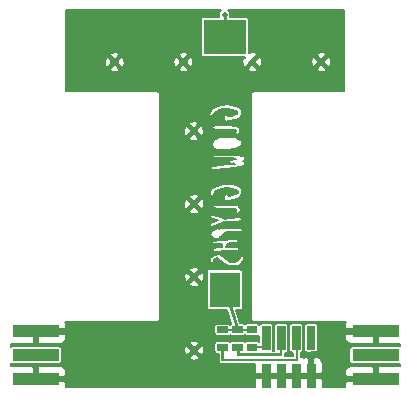
<source format=gbl>
G04 #@! TF.FileFunction,Copper,L2,Bot,Signal*
%FSLAX46Y46*%
G04 Gerber Fmt 4.6, Leading zero omitted, Abs format (unit mm)*
G04 Created by KiCad (PCBNEW 4.0.0-rc2-stable) date 3/3/2016 3:47:50 PM*
%MOMM*%
G01*
G04 APERTURE LIST*
%ADD10C,0.150000*%
%ADD11C,0.500000*%
%ADD12R,4.000000X1.000000*%
%ADD13C,0.600000*%
%ADD14R,2.600000X3.000000*%
%ADD15R,3.600000X3.000000*%
%ADD16C,0.254000*%
%ADD17C,0.152400*%
G04 APERTURE END LIST*
D10*
D11*
X73207390Y-23397104D03*
X67372870Y-23397104D03*
X61538347Y-23397104D03*
X55703820Y-23397104D03*
X62456902Y-47811991D03*
X62445535Y-41609438D03*
X62434547Y-35414995D03*
X62400397Y-29235215D03*
D12*
X77811740Y-50192207D03*
X77811740Y-48192207D03*
X77811740Y-46192207D03*
D13*
X76811740Y-50192207D03*
X76811740Y-48192207D03*
X76811740Y-46192207D03*
D12*
X49020844Y-46192207D03*
X49020844Y-48192207D03*
X49020844Y-50192207D03*
D13*
X50020844Y-46192207D03*
X50020844Y-48192207D03*
X50020844Y-50192207D03*
D14*
X65025270Y-42662594D03*
D15*
X65025270Y-21262594D03*
D11*
X65025270Y-19362594D03*
D10*
G36*
X68161098Y-50949343D02*
X68157433Y-48949346D01*
X68917432Y-48947953D01*
X68921097Y-50947950D01*
X68161098Y-50949343D01*
X68161098Y-50949343D01*
G37*
G36*
X69431096Y-50947016D02*
X69427431Y-48947019D01*
X70187430Y-48945626D01*
X70191095Y-50945623D01*
X69431096Y-50947016D01*
X69431096Y-50947016D01*
G37*
G36*
X70701094Y-50944689D02*
X70697429Y-48944692D01*
X71457428Y-48943299D01*
X71461093Y-50943296D01*
X70701094Y-50944689D01*
X70701094Y-50944689D01*
G37*
G36*
X71971091Y-50942362D02*
X71967426Y-48942365D01*
X72727425Y-48940972D01*
X72731090Y-50940969D01*
X71971091Y-50942362D01*
X71971091Y-50942362D01*
G37*
G36*
X68155235Y-47749348D02*
X68151570Y-45749351D01*
X68911569Y-45747958D01*
X68915234Y-47747955D01*
X68155235Y-47749348D01*
X68155235Y-47749348D01*
G37*
G36*
X69425232Y-47747021D02*
X69421567Y-45747024D01*
X70181566Y-45745631D01*
X70185231Y-47745628D01*
X69425232Y-47747021D01*
X69425232Y-47747021D01*
G37*
G36*
X70695230Y-47744694D02*
X70691565Y-45744697D01*
X71451564Y-45743304D01*
X71455229Y-47743301D01*
X70695230Y-47744694D01*
X70695230Y-47744694D01*
G37*
G36*
X71975228Y-47742348D02*
X71971563Y-45742352D01*
X72711562Y-45740996D01*
X72715227Y-47740992D01*
X71975228Y-47742348D01*
X71975228Y-47742348D01*
G37*
G36*
X66887671Y-46351668D02*
X66886572Y-45751669D01*
X67786571Y-45750020D01*
X67787670Y-46350019D01*
X66887671Y-46351668D01*
X66887671Y-46351668D01*
G37*
G36*
X66890419Y-47851665D02*
X66889320Y-47251666D01*
X67789319Y-47250017D01*
X67790418Y-47850016D01*
X66890419Y-47851665D01*
X66890419Y-47851665D01*
G37*
G36*
X65640422Y-47853956D02*
X65639323Y-47253957D01*
X66539322Y-47252308D01*
X66540421Y-47852307D01*
X65640422Y-47853956D01*
X65640422Y-47853956D01*
G37*
G36*
X65637673Y-46353958D02*
X65636574Y-45753959D01*
X66536573Y-45752310D01*
X66537672Y-46352309D01*
X65637673Y-46353958D01*
X65637673Y-46353958D01*
G37*
G36*
X64387675Y-46356248D02*
X64386576Y-45756249D01*
X65286575Y-45754600D01*
X65287674Y-46354599D01*
X64387675Y-46356248D01*
X64387675Y-46356248D01*
G37*
G36*
X64390424Y-47856246D02*
X64389325Y-47256247D01*
X65289324Y-47254598D01*
X65290423Y-47854597D01*
X64390424Y-47856246D01*
X64390424Y-47856246D01*
G37*
G36*
X67539961Y-47600474D02*
X67539595Y-47400475D01*
X68439593Y-47398826D01*
X68439959Y-47598825D01*
X67539961Y-47600474D01*
X67539961Y-47600474D01*
G37*
G36*
X66091154Y-48253130D02*
X66090788Y-48053130D01*
X69890782Y-48046168D01*
X69891148Y-48246168D01*
X66091154Y-48253130D01*
X66091154Y-48253130D01*
G37*
G36*
X64741981Y-48705604D02*
X64741614Y-48505604D01*
X71241603Y-48493694D01*
X71241970Y-48693694D01*
X64741981Y-48705604D01*
X64741981Y-48705604D01*
G37*
G36*
X66090971Y-48153131D02*
X66090238Y-47753132D01*
X66290237Y-47752765D01*
X66290970Y-48152764D01*
X66090971Y-48153131D01*
X66090971Y-48153131D01*
G37*
G36*
X69690965Y-48146535D02*
X69690232Y-47746536D01*
X69890231Y-47746169D01*
X69890964Y-48146168D01*
X69690965Y-48146535D01*
X69690965Y-48146535D01*
G37*
G36*
X71041695Y-48544061D02*
X71040229Y-47744062D01*
X71240229Y-47743695D01*
X71241695Y-48543694D01*
X71041695Y-48544061D01*
X71041695Y-48544061D01*
G37*
G36*
X64741706Y-48555604D02*
X64740240Y-47755605D01*
X64940240Y-47755238D01*
X64941706Y-48555237D01*
X64741706Y-48555604D01*
X64741706Y-48555604D01*
G37*
G36*
X65137308Y-46154875D02*
X65136941Y-45954875D01*
X67136938Y-45951211D01*
X67137305Y-46151211D01*
X65137308Y-46154875D01*
X65137308Y-46154875D01*
G37*
D16*
X65030000Y-21260000D02*
X65030000Y-19360000D01*
X65030000Y-21260000D02*
X65030000Y-19360000D01*
X65030000Y-21260000D02*
X65030000Y-19360000D01*
X65030000Y-21260000D02*
X65030000Y-19360000D01*
X65030000Y-21260000D02*
X65030000Y-19360000D01*
X65030000Y-21260000D02*
X65030000Y-19360000D01*
X65030000Y-21260000D02*
X65030000Y-19360000D01*
X65030000Y-21260000D02*
X65030000Y-19360000D01*
X65030000Y-21260000D02*
X65030000Y-19360000D01*
X65030000Y-42660000D02*
X66140000Y-46050000D01*
X65030000Y-42660000D02*
X66140000Y-46050000D01*
X65030000Y-42660000D02*
X66140000Y-46050000D01*
X65030000Y-42660000D02*
X66140000Y-46050000D01*
X65030000Y-42660000D02*
X66140000Y-46050000D01*
X65030000Y-42660000D02*
X66140000Y-46050000D01*
X65030000Y-42660000D02*
X66140000Y-46050000D01*
X65030000Y-42660000D02*
X66140000Y-46050000D01*
X65030000Y-42660000D02*
X66140000Y-46050000D01*
D17*
G36*
X64619770Y-19091135D02*
X64546754Y-19266977D01*
X64546587Y-19457376D01*
X64576395Y-19529516D01*
X63225270Y-19529516D01*
X63140556Y-19545456D01*
X63062752Y-19595522D01*
X63010555Y-19671914D01*
X62992192Y-19762594D01*
X62992192Y-22762594D01*
X63008132Y-22847308D01*
X63058198Y-22925112D01*
X63134590Y-22977309D01*
X63225270Y-22995672D01*
X66719988Y-22995672D01*
X66723003Y-22998687D01*
X66618764Y-23003723D01*
X66525626Y-23322251D01*
X66561474Y-23652175D01*
X66618764Y-23790485D01*
X66794234Y-23798963D01*
X67196093Y-23397104D01*
X67549647Y-23397104D01*
X67951506Y-23798963D01*
X68126976Y-23790485D01*
X68220114Y-23471957D01*
X68203848Y-23322251D01*
X72360146Y-23322251D01*
X72395994Y-23652175D01*
X72453284Y-23790485D01*
X72628754Y-23798963D01*
X73030613Y-23397104D01*
X73384167Y-23397104D01*
X73786026Y-23798963D01*
X73961496Y-23790485D01*
X74054634Y-23471957D01*
X74018786Y-23142033D01*
X73961496Y-23003723D01*
X73786026Y-22995245D01*
X73384167Y-23397104D01*
X73030613Y-23397104D01*
X72628754Y-22995245D01*
X72453284Y-23003723D01*
X72360146Y-23322251D01*
X68203848Y-23322251D01*
X68184266Y-23142033D01*
X68126976Y-23003723D01*
X67951506Y-22995245D01*
X67549647Y-23397104D01*
X67196093Y-23397104D01*
X67144616Y-23345627D01*
X67321393Y-23168850D01*
X67372870Y-23220327D01*
X67774729Y-22818468D01*
X72805531Y-22818468D01*
X73207390Y-23220327D01*
X73609249Y-22818468D01*
X73600771Y-22642998D01*
X73282243Y-22549860D01*
X72952319Y-22585708D01*
X72814009Y-22642998D01*
X72805531Y-22818468D01*
X67774729Y-22818468D01*
X67766251Y-22642998D01*
X67447723Y-22549860D01*
X67117799Y-22585708D01*
X67058348Y-22610333D01*
X67058348Y-19762594D01*
X67042408Y-19677880D01*
X66992342Y-19600076D01*
X66915950Y-19547879D01*
X66825270Y-19529516D01*
X65474178Y-19529516D01*
X65503786Y-19458211D01*
X65503953Y-19267812D01*
X65431244Y-19091843D01*
X65338163Y-18998600D01*
X75151400Y-18998600D01*
X75151400Y-25861400D01*
X67500000Y-25861400D01*
X67393384Y-25882607D01*
X67303000Y-25943000D01*
X67242607Y-26033384D01*
X67221400Y-26140000D01*
X67221400Y-45150000D01*
X67242607Y-45256616D01*
X67303000Y-45347000D01*
X67393384Y-45407393D01*
X67500000Y-45428600D01*
X75288596Y-45428600D01*
X75227540Y-45576002D01*
X75227540Y-45868357D01*
X75373590Y-46014407D01*
X75943820Y-46014407D01*
X75912328Y-46130540D01*
X75943122Y-46370007D01*
X75373590Y-46370007D01*
X75227540Y-46516057D01*
X75227540Y-46808412D01*
X75316479Y-47023130D01*
X75480818Y-47187468D01*
X75695536Y-47276407D01*
X77487890Y-47276407D01*
X77633940Y-47130357D01*
X77633940Y-46538605D01*
X77711152Y-46253874D01*
X77677786Y-45994407D01*
X77989540Y-45994407D01*
X77989540Y-46014407D01*
X78009540Y-46014407D01*
X78009540Y-46370007D01*
X77989540Y-46370007D01*
X77989540Y-47130357D01*
X78135590Y-47276407D01*
X79841400Y-47276407D01*
X79841400Y-47465135D01*
X79811740Y-47459129D01*
X75811740Y-47459129D01*
X75727026Y-47475069D01*
X75649222Y-47525135D01*
X75597025Y-47601527D01*
X75578662Y-47692207D01*
X75578662Y-48692207D01*
X75594602Y-48776921D01*
X75644668Y-48854725D01*
X75721060Y-48906922D01*
X75811740Y-48925285D01*
X79811740Y-48925285D01*
X79841400Y-48919704D01*
X79841400Y-49108007D01*
X78135590Y-49108007D01*
X77989540Y-49254057D01*
X77989540Y-50014407D01*
X78009540Y-50014407D01*
X78009540Y-50370007D01*
X77989540Y-50370007D01*
X77989540Y-50390007D01*
X77674236Y-50390007D01*
X77711152Y-50253874D01*
X77666287Y-49904990D01*
X77633940Y-49826897D01*
X77633940Y-49254057D01*
X77487890Y-49108007D01*
X75695536Y-49108007D01*
X75480818Y-49196946D01*
X75316479Y-49361284D01*
X75227540Y-49576002D01*
X75227540Y-49868357D01*
X75373590Y-50014407D01*
X75943820Y-50014407D01*
X75912328Y-50130540D01*
X75943122Y-50370007D01*
X75373590Y-50370007D01*
X75227540Y-50516057D01*
X75227540Y-50808412D01*
X75253630Y-50871400D01*
X73315163Y-50871400D01*
X73315076Y-50823694D01*
X73314050Y-50263750D01*
X73167732Y-50117968D01*
X72527383Y-50119141D01*
X72527420Y-50139141D01*
X72171821Y-50139792D01*
X72171784Y-50119792D01*
X71535714Y-50120958D01*
X71257386Y-50121468D01*
X71257423Y-50141468D01*
X70901824Y-50142119D01*
X70901787Y-50122119D01*
X70266890Y-50123283D01*
X69987388Y-50123795D01*
X69987425Y-50143795D01*
X69631826Y-50144446D01*
X69631789Y-50124446D01*
X68996892Y-50125610D01*
X68717390Y-50126122D01*
X68717427Y-50146122D01*
X68361828Y-50146773D01*
X68361791Y-50126773D01*
X67721442Y-50127947D01*
X67575660Y-50274264D01*
X67576686Y-50834208D01*
X67576754Y-50871400D01*
X67500000Y-50871400D01*
X67449726Y-50881400D01*
X59350274Y-50881400D01*
X59300000Y-50871400D01*
X51578954Y-50871400D01*
X51605044Y-50808412D01*
X51605044Y-50516057D01*
X51458994Y-50370007D01*
X50888764Y-50370007D01*
X50920256Y-50253874D01*
X50889462Y-50014407D01*
X51458994Y-50014407D01*
X51605044Y-49868357D01*
X51605044Y-49576002D01*
X51516105Y-49361284D01*
X51351766Y-49196946D01*
X51137048Y-49108007D01*
X49344694Y-49108007D01*
X49198644Y-49254057D01*
X49198644Y-49845809D01*
X49121432Y-50130540D01*
X49154798Y-50390007D01*
X48843044Y-50390007D01*
X48843044Y-50370007D01*
X48823044Y-50370007D01*
X48823044Y-50014407D01*
X48843044Y-50014407D01*
X48843044Y-49254057D01*
X48696994Y-49108007D01*
X46908600Y-49108007D01*
X46908600Y-48892188D01*
X46930164Y-48906922D01*
X47020844Y-48925285D01*
X51020844Y-48925285D01*
X51105558Y-48909345D01*
X51183362Y-48859279D01*
X51235559Y-48782887D01*
X51253922Y-48692207D01*
X51253922Y-48391363D01*
X62056104Y-48391363D01*
X62064904Y-48566817D01*
X62383602Y-48659371D01*
X62713460Y-48622918D01*
X62851665Y-48565375D01*
X62859821Y-48389890D01*
X62457226Y-47988767D01*
X62056104Y-48391363D01*
X51253922Y-48391363D01*
X51253922Y-47738691D01*
X61609522Y-47738691D01*
X61645975Y-48068549D01*
X61703518Y-48206754D01*
X61879003Y-48214910D01*
X62280126Y-47812315D01*
X62279476Y-47811667D01*
X62633678Y-47811667D01*
X63036274Y-48212789D01*
X63211728Y-48203989D01*
X63304282Y-47885291D01*
X63267829Y-47555433D01*
X63210286Y-47417228D01*
X63034801Y-47409072D01*
X62633678Y-47811667D01*
X62279476Y-47811667D01*
X61877530Y-47411193D01*
X61702076Y-47419993D01*
X61609522Y-47738691D01*
X51253922Y-47738691D01*
X51253922Y-47692207D01*
X51237982Y-47607493D01*
X51187916Y-47529689D01*
X51111524Y-47477492D01*
X51020844Y-47459129D01*
X47020844Y-47459129D01*
X46936130Y-47475069D01*
X46908600Y-47492784D01*
X46908600Y-47276407D01*
X48696994Y-47276407D01*
X48843044Y-47130357D01*
X48843044Y-46370007D01*
X48823044Y-46370007D01*
X48823044Y-46014407D01*
X48843044Y-46014407D01*
X48843044Y-45994407D01*
X49158348Y-45994407D01*
X49121432Y-46130540D01*
X49166297Y-46479424D01*
X49198644Y-46557517D01*
X49198644Y-47130357D01*
X49344694Y-47276407D01*
X51137048Y-47276407D01*
X51239205Y-47234092D01*
X62053983Y-47234092D01*
X62456578Y-47635215D01*
X62857700Y-47232619D01*
X62848900Y-47057165D01*
X62530202Y-46964611D01*
X62200344Y-47001064D01*
X62062139Y-47058607D01*
X62053983Y-47234092D01*
X51239205Y-47234092D01*
X51351766Y-47187468D01*
X51516105Y-47023130D01*
X51605044Y-46808412D01*
X51605044Y-46516057D01*
X51458994Y-46370007D01*
X50888764Y-46370007D01*
X50920256Y-46253874D01*
X50889462Y-46014407D01*
X51458994Y-46014407D01*
X51605044Y-45868357D01*
X51605044Y-45576002D01*
X51543988Y-45428600D01*
X59300000Y-45428600D01*
X59406616Y-45407393D01*
X59497000Y-45347000D01*
X59557393Y-45256616D01*
X59578600Y-45150000D01*
X59578600Y-42188810D01*
X62044737Y-42188810D01*
X62053537Y-42364264D01*
X62372235Y-42456818D01*
X62702093Y-42420365D01*
X62840298Y-42362822D01*
X62848454Y-42187337D01*
X62445859Y-41786214D01*
X62044737Y-42188810D01*
X59578600Y-42188810D01*
X59578600Y-41536138D01*
X61598155Y-41536138D01*
X61634608Y-41865996D01*
X61692151Y-42004201D01*
X61867636Y-42012357D01*
X62268759Y-41609762D01*
X62268109Y-41609114D01*
X62622311Y-41609114D01*
X63024907Y-42010236D01*
X63200361Y-42001436D01*
X63292915Y-41682738D01*
X63256462Y-41352880D01*
X63198919Y-41214675D01*
X63023434Y-41206519D01*
X62622311Y-41609114D01*
X62268109Y-41609114D01*
X61866163Y-41208640D01*
X61690709Y-41217440D01*
X61598155Y-41536138D01*
X59578600Y-41536138D01*
X59578600Y-41031539D01*
X62042616Y-41031539D01*
X62445211Y-41432662D01*
X62714290Y-41162594D01*
X63492192Y-41162594D01*
X63492192Y-44162594D01*
X63508132Y-44247308D01*
X63558198Y-44325112D01*
X63634590Y-44377309D01*
X63725270Y-44395672D01*
X65224140Y-44395672D01*
X65595125Y-45528678D01*
X65551463Y-45536977D01*
X65473750Y-45587185D01*
X65461763Y-45604798D01*
X65453349Y-45591776D01*
X65376862Y-45539719D01*
X65286148Y-45521522D01*
X64386149Y-45523171D01*
X64301465Y-45539267D01*
X64223752Y-45589475D01*
X64171696Y-45665962D01*
X64153498Y-45756676D01*
X64154597Y-46356675D01*
X64170693Y-46441360D01*
X64220901Y-46519072D01*
X64297388Y-46571129D01*
X64388102Y-46589326D01*
X65288101Y-46587677D01*
X65372785Y-46571581D01*
X65450498Y-46521373D01*
X65462485Y-46503760D01*
X65470899Y-46516782D01*
X65547386Y-46568839D01*
X65638100Y-46587036D01*
X66538099Y-46585387D01*
X66622783Y-46569291D01*
X66700496Y-46519083D01*
X66712483Y-46501470D01*
X66720897Y-46514492D01*
X66797384Y-46566549D01*
X66888098Y-46584746D01*
X67788097Y-46583097D01*
X67872781Y-46567001D01*
X67919934Y-46536537D01*
X67920899Y-47063240D01*
X67879606Y-47035136D01*
X67788892Y-47016939D01*
X66888893Y-47018588D01*
X66804209Y-47034684D01*
X66726496Y-47084892D01*
X66714509Y-47102505D01*
X66706096Y-47089484D01*
X66629609Y-47037427D01*
X66538895Y-47019230D01*
X65638896Y-47020879D01*
X65554212Y-47036975D01*
X65476499Y-47087183D01*
X65464512Y-47104796D01*
X65456098Y-47091774D01*
X65379611Y-47039717D01*
X65288897Y-47021520D01*
X64388898Y-47023169D01*
X64304214Y-47039265D01*
X64226501Y-47089473D01*
X64174445Y-47165960D01*
X64156247Y-47256674D01*
X64157346Y-47856673D01*
X64173442Y-47941358D01*
X64223650Y-48019070D01*
X64300137Y-48071127D01*
X64390851Y-48089324D01*
X64507772Y-48089110D01*
X64508536Y-48506030D01*
X64508536Y-48506032D01*
X64508903Y-48706032D01*
X64524999Y-48790716D01*
X64575207Y-48868428D01*
X64651694Y-48920485D01*
X64742408Y-48938682D01*
X67573203Y-48933495D01*
X67573447Y-49066621D01*
X67574473Y-49626565D01*
X67720791Y-49772347D01*
X68361140Y-49771174D01*
X68361103Y-49751174D01*
X68716702Y-49750523D01*
X68716739Y-49770523D01*
X69351636Y-49769359D01*
X69631138Y-49768847D01*
X69631101Y-49748847D01*
X69986700Y-49748196D01*
X69986737Y-49768196D01*
X70621634Y-49767032D01*
X70901136Y-49766520D01*
X70901099Y-49746520D01*
X71256698Y-49745869D01*
X71256735Y-49765869D01*
X71892805Y-49764703D01*
X72171133Y-49764193D01*
X72168823Y-48503845D01*
X72168170Y-48503194D01*
X72524423Y-48503194D01*
X72526732Y-49763542D01*
X73167081Y-49762368D01*
X73312863Y-49616051D01*
X73311837Y-49056107D01*
X73311411Y-48823698D01*
X73222079Y-48609144D01*
X73057440Y-48445106D01*
X72842560Y-48356560D01*
X72670205Y-48356876D01*
X72524423Y-48503194D01*
X72168170Y-48503194D01*
X72022506Y-48358063D01*
X71850151Y-48358379D01*
X71711462Y-48416124D01*
X71572563Y-48358887D01*
X71474435Y-48359067D01*
X71473728Y-47972944D01*
X71540341Y-47960283D01*
X71618053Y-47910075D01*
X71670110Y-47833588D01*
X71688307Y-47742874D01*
X71684642Y-45742877D01*
X71684624Y-45742779D01*
X71738485Y-45742779D01*
X71742150Y-47742775D01*
X71758246Y-47827460D01*
X71808454Y-47905172D01*
X71884941Y-47957229D01*
X71975655Y-47975426D01*
X72715654Y-47974070D01*
X72800339Y-47957974D01*
X72878051Y-47907766D01*
X72930108Y-47831279D01*
X72948305Y-47740565D01*
X72944640Y-45740569D01*
X72928544Y-45655884D01*
X72878336Y-45578172D01*
X72801849Y-45526115D01*
X72711135Y-45507918D01*
X71971136Y-45509274D01*
X71886451Y-45525370D01*
X71808739Y-45575578D01*
X71756682Y-45652065D01*
X71738485Y-45742779D01*
X71684624Y-45742779D01*
X71668546Y-45658192D01*
X71618338Y-45580480D01*
X71541851Y-45528423D01*
X71451137Y-45510226D01*
X70691138Y-45511619D01*
X70606453Y-45527715D01*
X70528741Y-45577923D01*
X70476684Y-45654410D01*
X70458487Y-45745124D01*
X70462152Y-47745121D01*
X70478248Y-47829806D01*
X70528456Y-47907518D01*
X70604943Y-47959575D01*
X70695657Y-47977772D01*
X70807578Y-47977567D01*
X70808098Y-48261410D01*
X70120830Y-48262669D01*
X70124226Y-48245741D01*
X70123860Y-48045741D01*
X70123859Y-48045734D01*
X70123736Y-47978819D01*
X70185658Y-47978706D01*
X70270343Y-47962610D01*
X70348055Y-47912402D01*
X70400112Y-47835915D01*
X70418309Y-47745201D01*
X70414644Y-45745204D01*
X70398548Y-45660519D01*
X70348340Y-45582807D01*
X70271853Y-45530750D01*
X70181139Y-45512553D01*
X69421140Y-45513946D01*
X69336455Y-45530042D01*
X69258743Y-45580250D01*
X69206686Y-45656737D01*
X69188489Y-45747451D01*
X69192154Y-47747448D01*
X69204869Y-47814346D01*
X69134883Y-47814474D01*
X69148312Y-47747528D01*
X69144647Y-45747531D01*
X69128551Y-45662846D01*
X69078343Y-45585134D01*
X69001856Y-45533077D01*
X68911142Y-45514880D01*
X68151143Y-45516273D01*
X68066458Y-45532369D01*
X67988746Y-45582577D01*
X67969054Y-45611510D01*
X67953345Y-45587196D01*
X67876858Y-45535139D01*
X67786144Y-45516942D01*
X66886145Y-45518591D01*
X66801461Y-45534687D01*
X66723748Y-45584895D01*
X66711761Y-45602508D01*
X66703347Y-45589486D01*
X66626860Y-45537429D01*
X66536146Y-45519232D01*
X66340503Y-45519590D01*
X65972494Y-44395672D01*
X66325270Y-44395672D01*
X66409984Y-44379732D01*
X66487788Y-44329666D01*
X66539985Y-44253274D01*
X66558348Y-44162594D01*
X66558348Y-41162594D01*
X66542408Y-41077880D01*
X66492342Y-41000076D01*
X66415950Y-40947879D01*
X66325270Y-40929516D01*
X63725270Y-40929516D01*
X63640556Y-40945456D01*
X63562752Y-40995522D01*
X63510555Y-41071914D01*
X63492192Y-41162594D01*
X62714290Y-41162594D01*
X62846333Y-41030066D01*
X62837533Y-40854612D01*
X62518835Y-40762058D01*
X62188977Y-40798511D01*
X62050772Y-40856054D01*
X62042616Y-41031539D01*
X59578600Y-41031539D01*
X59578600Y-40210000D01*
X63763800Y-40210000D01*
X63763800Y-40240000D01*
X63769250Y-40268300D01*
X63789250Y-40318300D01*
X63797656Y-40333814D01*
X63819614Y-40354617D01*
X63899614Y-40404617D01*
X63940000Y-40416200D01*
X64010000Y-40416200D01*
X64037695Y-40410989D01*
X64063132Y-40394621D01*
X64080197Y-40369646D01*
X64086200Y-40340000D01*
X64086200Y-40197201D01*
X64152414Y-40116274D01*
X64297914Y-40013567D01*
X64358386Y-40006848D01*
X64461529Y-40022716D01*
X64841922Y-40279482D01*
X65097185Y-40524927D01*
X65120865Y-40540410D01*
X65410865Y-40660410D01*
X65430549Y-40665612D01*
X65590549Y-40685612D01*
X65600000Y-40686200D01*
X65770000Y-40686200D01*
X65775429Y-40686006D01*
X65915429Y-40676006D01*
X65927134Y-40674249D01*
X66187134Y-40614249D01*
X66210108Y-40604790D01*
X66420108Y-40474790D01*
X66436639Y-40460975D01*
X66616639Y-40260975D01*
X66625820Y-40248395D01*
X66695820Y-40128395D01*
X66706200Y-40090000D01*
X66706200Y-39950000D01*
X66705163Y-39937473D01*
X66695163Y-39877473D01*
X66682612Y-39846570D01*
X66660783Y-39825632D01*
X66632527Y-39814837D01*
X66572527Y-39804837D01*
X66560000Y-39803800D01*
X66490000Y-39803800D01*
X66473893Y-39805522D01*
X66446186Y-39817656D01*
X66425383Y-39839614D01*
X66282166Y-40068762D01*
X66041339Y-40263275D01*
X65885705Y-40323800D01*
X65674221Y-40323800D01*
X65515524Y-40306167D01*
X65034972Y-40008225D01*
X64709300Y-39731897D01*
X64677453Y-39715826D01*
X64507453Y-39675826D01*
X64486195Y-39673895D01*
X64286195Y-39683895D01*
X64269066Y-39686732D01*
X64059066Y-39746732D01*
X64024935Y-39767329D01*
X63804935Y-39997329D01*
X63794023Y-40011876D01*
X63784388Y-40040549D01*
X63764388Y-40200549D01*
X63763800Y-40210000D01*
X59578600Y-40210000D01*
X59578600Y-38670000D01*
X63923800Y-38670000D01*
X63923800Y-38700000D01*
X63935154Y-38740018D01*
X63955832Y-38762094D01*
X63983470Y-38774385D01*
X64163470Y-38814385D01*
X64182005Y-38816174D01*
X64562005Y-38806174D01*
X64566698Y-38805905D01*
X64823800Y-38783220D01*
X64823800Y-38938372D01*
X64784215Y-39065045D01*
X64771995Y-39074820D01*
X64537071Y-39083856D01*
X64530144Y-39084440D01*
X64070144Y-39144440D01*
X64052305Y-39149011D01*
X64026868Y-39165379D01*
X64009803Y-39190354D01*
X64003800Y-39220000D01*
X64003800Y-39360000D01*
X64009982Y-39390065D01*
X64027195Y-39414937D01*
X64052729Y-39431153D01*
X64082560Y-39436157D01*
X65271755Y-39396184D01*
X66040528Y-39386200D01*
X66140000Y-39386200D01*
X66152527Y-39385163D01*
X66212527Y-39375163D01*
X66243430Y-39362612D01*
X66264368Y-39340783D01*
X66275163Y-39312527D01*
X66285163Y-39252527D01*
X66286200Y-39240000D01*
X66286200Y-39170000D01*
X66284720Y-39155056D01*
X66274720Y-39105056D01*
X66268620Y-39086867D01*
X66250323Y-39062781D01*
X66224097Y-39047710D01*
X66164097Y-39027710D01*
X66134931Y-39023969D01*
X65537466Y-39063800D01*
X65166318Y-39063800D01*
X65185612Y-38909451D01*
X65186200Y-38900000D01*
X65186200Y-38771392D01*
X65574959Y-38746038D01*
X65580565Y-38745464D01*
X66080565Y-38675464D01*
X66106295Y-38667001D01*
X66129502Y-38647602D01*
X66169502Y-38597602D01*
X66180197Y-38579646D01*
X66186200Y-38550000D01*
X66186200Y-38480000D01*
X66180750Y-38451700D01*
X66160750Y-38401700D01*
X66150154Y-38383225D01*
X66127217Y-38363507D01*
X66098415Y-38354266D01*
X66008415Y-38344266D01*
X65994453Y-38344002D01*
X64624453Y-38444002D01*
X64619761Y-38444491D01*
X64029761Y-38524491D01*
X63993761Y-38539433D01*
X63973840Y-38562194D01*
X63933840Y-38632194D01*
X63923800Y-38670000D01*
X59578600Y-38670000D01*
X59578600Y-37890000D01*
X63823800Y-37890000D01*
X63823800Y-38040000D01*
X63833104Y-38076489D01*
X63893104Y-38186489D01*
X63923278Y-38216768D01*
X64123278Y-38326768D01*
X64149704Y-38335501D01*
X64369704Y-38365501D01*
X64394944Y-38364720D01*
X64544944Y-38334720D01*
X64582855Y-38314888D01*
X64852855Y-38054888D01*
X64866337Y-38037495D01*
X64976896Y-37841891D01*
X65337582Y-37805822D01*
X65364078Y-37798155D01*
X65419880Y-37770254D01*
X65573470Y-37804385D01*
X65590929Y-37806194D01*
X66410929Y-37796194D01*
X66422527Y-37795163D01*
X66482527Y-37785163D01*
X66511388Y-37773980D01*
X66533019Y-37752837D01*
X66544720Y-37724944D01*
X66554720Y-37674944D01*
X66556200Y-37660000D01*
X66556200Y-37550000D01*
X66552110Y-37525370D01*
X66536846Y-37499255D01*
X66512625Y-37481137D01*
X66483263Y-37473870D01*
X65785848Y-37443981D01*
X65518415Y-37414266D01*
X65475922Y-37421845D01*
X65457303Y-37431154D01*
X65454556Y-37428184D01*
X65426996Y-37415720D01*
X65396758Y-37414959D01*
X65232600Y-37443928D01*
X64719263Y-37453800D01*
X64620000Y-37453800D01*
X64592305Y-37459011D01*
X64566868Y-37475379D01*
X64556269Y-37490891D01*
X64546558Y-37479677D01*
X64519421Y-37466316D01*
X64489224Y-37464566D01*
X64209224Y-37504566D01*
X64177732Y-37516598D01*
X63937732Y-37676598D01*
X63912765Y-37704141D01*
X63832765Y-37854141D01*
X63823800Y-37890000D01*
X59578600Y-37890000D01*
X59578600Y-37154073D01*
X63744031Y-37154073D01*
X63747710Y-37184097D01*
X63767710Y-37244097D01*
X63779994Y-37266965D01*
X63802994Y-37286611D01*
X63892994Y-37336611D01*
X63929398Y-37346198D01*
X63959090Y-37340429D01*
X64415694Y-37151832D01*
X65094699Y-36945178D01*
X65304503Y-36926105D01*
X66032087Y-36906171D01*
X66041884Y-36905268D01*
X66421884Y-36845268D01*
X66437695Y-36840989D01*
X66463132Y-36824621D01*
X66480197Y-36799646D01*
X66486200Y-36770000D01*
X66486200Y-36670000D01*
X66476160Y-36632194D01*
X66436160Y-36562194D01*
X66419423Y-36542002D01*
X66392964Y-36527343D01*
X66362887Y-36524133D01*
X65404640Y-36613969D01*
X65025213Y-36632037D01*
X65009502Y-36612398D01*
X64972882Y-36587317D01*
X64432882Y-36417317D01*
X64428126Y-36415987D01*
X63938126Y-36295987D01*
X63920000Y-36293800D01*
X63850000Y-36293800D01*
X63822305Y-36299011D01*
X63796868Y-36315379D01*
X63779803Y-36340354D01*
X63773800Y-36370000D01*
X63773800Y-36440000D01*
X63776666Y-36460702D01*
X63790498Y-36487602D01*
X63830498Y-36537602D01*
X63861078Y-36560498D01*
X64251078Y-36720498D01*
X64260119Y-36723561D01*
X64451727Y-36775347D01*
X64262382Y-36848981D01*
X64258593Y-36850574D01*
X63838593Y-37040574D01*
X63816118Y-37056118D01*
X63766118Y-37106118D01*
X63752322Y-37124984D01*
X63744031Y-37154073D01*
X59578600Y-37154073D01*
X59578600Y-35995843D01*
X62035891Y-35995843D01*
X62045339Y-36171263D01*
X62364377Y-36262640D01*
X62694098Y-36224969D01*
X62832090Y-36166916D01*
X62839598Y-35991401D01*
X62435524Y-35591769D01*
X62035891Y-35995843D01*
X59578600Y-35995843D01*
X59578600Y-35344825D01*
X61586902Y-35344825D01*
X61624573Y-35674546D01*
X61682626Y-35812538D01*
X61858141Y-35820046D01*
X62257773Y-35415972D01*
X62255798Y-35414018D01*
X62611321Y-35414018D01*
X63015395Y-35813651D01*
X63190815Y-35804203D01*
X63246437Y-35610000D01*
X64013800Y-35610000D01*
X64013800Y-35650000D01*
X64016055Y-35668401D01*
X64029040Y-35695720D01*
X64059040Y-35735720D01*
X64079555Y-35754580D01*
X64107866Y-35765228D01*
X64417866Y-35815228D01*
X64427280Y-35816151D01*
X64707280Y-35826151D01*
X64710762Y-35826196D01*
X65707114Y-35816232D01*
X65983800Y-35839948D01*
X65983800Y-35873695D01*
X65944837Y-36107473D01*
X65945393Y-36135501D01*
X65957302Y-36163306D01*
X65979090Y-36184287D01*
X66089090Y-36254287D01*
X66108937Y-36263231D01*
X66139087Y-36265656D01*
X66167806Y-36256160D01*
X66237806Y-36216160D01*
X66250632Y-36206946D01*
X66268798Y-36182761D01*
X66368798Y-35972761D01*
X66375678Y-35931097D01*
X66355678Y-35761097D01*
X66350599Y-35741327D01*
X66333882Y-35716118D01*
X66143882Y-35526118D01*
X66123717Y-35511665D01*
X66094475Y-35503931D01*
X65924718Y-35493945D01*
X65485183Y-35463977D01*
X65480000Y-35463800D01*
X64160000Y-35463800D01*
X64135903Y-35467710D01*
X64075903Y-35487710D01*
X64058612Y-35496020D01*
X64036981Y-35517163D01*
X64025280Y-35545056D01*
X64015280Y-35595056D01*
X64013800Y-35610000D01*
X63246437Y-35610000D01*
X63282192Y-35485165D01*
X63244521Y-35155444D01*
X63186468Y-35017452D01*
X63010953Y-35009944D01*
X62611321Y-35414018D01*
X62255798Y-35414018D01*
X61853699Y-35016339D01*
X61678279Y-35025787D01*
X61586902Y-35344825D01*
X59578600Y-35344825D01*
X59578600Y-34838589D01*
X62029496Y-34838589D01*
X62433570Y-35238221D01*
X62833203Y-34834147D01*
X62823755Y-34658727D01*
X62504717Y-34567350D01*
X62174996Y-34605021D01*
X62037004Y-34663074D01*
X62029496Y-34838589D01*
X59578600Y-34838589D01*
X59578600Y-34550549D01*
X63764388Y-34550549D01*
X63769250Y-34588300D01*
X63789250Y-34638300D01*
X63796395Y-34651962D01*
X63817732Y-34673402D01*
X63907732Y-34733402D01*
X63938826Y-34745376D01*
X63969032Y-34743785D01*
X63996239Y-34730567D01*
X64016160Y-34707806D01*
X64207688Y-34372632D01*
X64384229Y-34249053D01*
X64864360Y-34095412D01*
X65152534Y-34076200D01*
X65285889Y-34076200D01*
X65645616Y-34115089D01*
X65990446Y-34210876D01*
X66104904Y-34276280D01*
X66113800Y-34291107D01*
X66113800Y-34450207D01*
X66026676Y-34544591D01*
X65665421Y-34674273D01*
X65398652Y-34683800D01*
X65361564Y-34683800D01*
X65243882Y-34566118D01*
X65219646Y-34549803D01*
X65190000Y-34543800D01*
X65150000Y-34543800D01*
X65121700Y-34549250D01*
X65071700Y-34569250D01*
X65053035Y-34579994D01*
X65033389Y-34602994D01*
X64983389Y-34692994D01*
X64973800Y-34730000D01*
X64973800Y-34900000D01*
X64974388Y-34909451D01*
X64984388Y-34989451D01*
X64997575Y-35023698D01*
X65067575Y-35123698D01*
X65095922Y-35148155D01*
X65155922Y-35178155D01*
X65184073Y-35185969D01*
X65214097Y-35182290D01*
X65418810Y-35114052D01*
X66033311Y-35005028D01*
X66054078Y-34998155D01*
X66254078Y-34898155D01*
X66279703Y-34877350D01*
X66509703Y-34587350D01*
X66518628Y-34573115D01*
X66526105Y-34543805D01*
X66536105Y-34343805D01*
X66535887Y-34333101D01*
X66525887Y-34223101D01*
X66511345Y-34184798D01*
X66371345Y-33994798D01*
X66343128Y-33971378D01*
X66053128Y-33831378D01*
X66038885Y-33826177D01*
X65608885Y-33716177D01*
X65598415Y-33714266D01*
X65328415Y-33684266D01*
X65320000Y-33683800D01*
X65290000Y-33683800D01*
X65281348Y-33684293D01*
X64931348Y-33724293D01*
X64922165Y-33725917D01*
X64382165Y-33855917D01*
X64362994Y-33863389D01*
X64002994Y-34063389D01*
X63976598Y-34087732D01*
X63796598Y-34357732D01*
X63784388Y-34390549D01*
X63764388Y-34550549D01*
X59578600Y-34550549D01*
X59578600Y-32340000D01*
X63853800Y-32340000D01*
X63853800Y-32410000D01*
X63859250Y-32438300D01*
X63879250Y-32488300D01*
X63907163Y-32523019D01*
X63935056Y-32534720D01*
X63985056Y-32544720D01*
X64007459Y-32545834D01*
X65227459Y-32425834D01*
X65230483Y-32425476D01*
X66310483Y-32275476D01*
X66317953Y-32274055D01*
X66647953Y-32194055D01*
X66668370Y-32185835D01*
X66690960Y-32165720D01*
X66720960Y-32125720D01*
X66732986Y-32101896D01*
X66762986Y-32001896D01*
X66766200Y-31980000D01*
X66766200Y-31940000D01*
X66756680Y-31903119D01*
X66737078Y-31880083D01*
X66614968Y-31784140D01*
X66705629Y-31751761D01*
X66721388Y-31743980D01*
X66743019Y-31722837D01*
X66754720Y-31694944D01*
X66764720Y-31644944D01*
X66766200Y-31630000D01*
X66766200Y-31560000D01*
X66764720Y-31545056D01*
X66754720Y-31495056D01*
X66739192Y-31462013D01*
X66715859Y-31442765D01*
X66565859Y-31362765D01*
X66546187Y-31355539D01*
X66086187Y-31255539D01*
X66075844Y-31254024D01*
X65555844Y-31214024D01*
X65549332Y-31213803D01*
X64409332Y-31223803D01*
X64401097Y-31224322D01*
X64061097Y-31264322D01*
X64042305Y-31269011D01*
X64016868Y-31285379D01*
X63999803Y-31310354D01*
X63993800Y-31340000D01*
X63993800Y-31440000D01*
X63996608Y-31460494D01*
X64010363Y-31487433D01*
X64033516Y-31506898D01*
X64062418Y-31515822D01*
X64155629Y-31525143D01*
X64219066Y-31543268D01*
X64244306Y-31546078D01*
X64773181Y-31516142D01*
X65141023Y-31506200D01*
X65198278Y-31506200D01*
X65633934Y-31526003D01*
X65946991Y-31561780D01*
X65922601Y-31564160D01*
X65914730Y-31565346D01*
X65474730Y-31655346D01*
X65453705Y-31662999D01*
X65430498Y-31682398D01*
X65390498Y-31732398D01*
X65379803Y-31750354D01*
X65373800Y-31780000D01*
X65373800Y-31810000D01*
X65379250Y-31838300D01*
X65399250Y-31888300D01*
X65415636Y-31913394D01*
X65440692Y-31930338D01*
X65560692Y-31980338D01*
X65590000Y-31986200D01*
X65630000Y-31986200D01*
X65664078Y-31978155D01*
X65702712Y-31958838D01*
X65871809Y-31983345D01*
X65252552Y-32044165D01*
X65250091Y-32044447D01*
X64030091Y-32204447D01*
X64003511Y-32213104D01*
X63893511Y-32273104D01*
X63876868Y-32285379D01*
X63859803Y-32310354D01*
X63853800Y-32340000D01*
X59578600Y-32340000D01*
X59578600Y-30160000D01*
X63983800Y-30160000D01*
X63983800Y-30400000D01*
X63987269Y-30422729D01*
X64037269Y-30582729D01*
X64062055Y-30619226D01*
X64272055Y-30789226D01*
X64286033Y-30798211D01*
X64315247Y-30806052D01*
X64475247Y-30816052D01*
X64480000Y-30816200D01*
X65030000Y-30816200D01*
X65032720Y-30816151D01*
X65312720Y-30806151D01*
X65318061Y-30805772D01*
X65788061Y-30755772D01*
X65802267Y-30752874D01*
X66162267Y-30642874D01*
X66181626Y-30633826D01*
X66411626Y-30483826D01*
X66432425Y-30463698D01*
X66502425Y-30363698D01*
X66510197Y-30349646D01*
X66516200Y-30320000D01*
X66516200Y-30210000D01*
X66515434Y-30199224D01*
X66505434Y-30129224D01*
X66488170Y-30090779D01*
X66378170Y-29960779D01*
X66362268Y-29946598D01*
X66272268Y-29886598D01*
X66232105Y-29873829D01*
X66202305Y-29879011D01*
X66183759Y-29890945D01*
X66175876Y-29861702D01*
X66155786Y-29839090D01*
X66128481Y-29826075D01*
X65808481Y-29746075D01*
X65797735Y-29744194D01*
X65307735Y-29694194D01*
X65296760Y-29693869D01*
X64826760Y-29713869D01*
X64810460Y-29716348D01*
X64320460Y-29846348D01*
X64295710Y-29857994D01*
X64085710Y-30007994D01*
X64069851Y-30023218D01*
X63999851Y-30113218D01*
X63989803Y-30130354D01*
X63983800Y-30160000D01*
X59578600Y-30160000D01*
X59578600Y-29816063D01*
X62001741Y-29816063D01*
X62011189Y-29991483D01*
X62330227Y-30082860D01*
X62659948Y-30045189D01*
X62797940Y-29987136D01*
X62805448Y-29811621D01*
X62401374Y-29411989D01*
X62001741Y-29816063D01*
X59578600Y-29816063D01*
X59578600Y-29165045D01*
X61552752Y-29165045D01*
X61590423Y-29494766D01*
X61648476Y-29632758D01*
X61823991Y-29640266D01*
X62223623Y-29236192D01*
X62221648Y-29234238D01*
X62577171Y-29234238D01*
X62981245Y-29633871D01*
X63156665Y-29624423D01*
X63248042Y-29305385D01*
X63210371Y-28975664D01*
X63178540Y-28900000D01*
X63973800Y-28900000D01*
X63973800Y-28930000D01*
X63984659Y-28969205D01*
X64014659Y-29019205D01*
X64039555Y-29044580D01*
X64067866Y-29055228D01*
X64377866Y-29105228D01*
X64390000Y-29106200D01*
X65666735Y-29106200D01*
X65943800Y-29129948D01*
X65943800Y-29155446D01*
X65914343Y-29400921D01*
X65915827Y-29427458D01*
X65928463Y-29454940D01*
X65950795Y-29475341D01*
X66050795Y-29535341D01*
X66068937Y-29543231D01*
X66099087Y-29545656D01*
X66127806Y-29536160D01*
X66197806Y-29496160D01*
X66228155Y-29464078D01*
X66328155Y-29264078D01*
X66335678Y-29221097D01*
X66315678Y-29051097D01*
X66310599Y-29031327D01*
X66293882Y-29006118D01*
X66103882Y-28816118D01*
X66083717Y-28801665D01*
X66054475Y-28793931D01*
X65884819Y-28783951D01*
X65455303Y-28753985D01*
X65450000Y-28753800D01*
X64120000Y-28753800D01*
X64095903Y-28757710D01*
X64035903Y-28777710D01*
X64018612Y-28786020D01*
X63996981Y-28807163D01*
X63985280Y-28835056D01*
X63975280Y-28885056D01*
X63973800Y-28900000D01*
X63178540Y-28900000D01*
X63152318Y-28837672D01*
X62976803Y-28830164D01*
X62577171Y-29234238D01*
X62221648Y-29234238D01*
X61819549Y-28836559D01*
X61644129Y-28846007D01*
X61552752Y-29165045D01*
X59578600Y-29165045D01*
X59578600Y-28658809D01*
X61995346Y-28658809D01*
X62399420Y-29058441D01*
X62799053Y-28654367D01*
X62789605Y-28478947D01*
X62470567Y-28387570D01*
X62140846Y-28425241D01*
X62002854Y-28483294D01*
X61995346Y-28658809D01*
X59578600Y-28658809D01*
X59578600Y-27845247D01*
X63733948Y-27845247D01*
X63735280Y-27864944D01*
X63745280Y-27914944D01*
X63759994Y-27946965D01*
X63782994Y-27966611D01*
X63872994Y-28016611D01*
X63896259Y-28024951D01*
X63926502Y-28024392D01*
X63954144Y-28012111D01*
X63974831Y-27990043D01*
X64177255Y-27662309D01*
X64355450Y-27528663D01*
X64833173Y-27375791D01*
X65111321Y-27366200D01*
X65245889Y-27366200D01*
X65606604Y-27405196D01*
X65949347Y-27490882D01*
X66063819Y-27564471D01*
X66073800Y-27581107D01*
X66073800Y-27740360D01*
X65996763Y-27824401D01*
X65624425Y-27954719D01*
X65357287Y-27973800D01*
X65321564Y-27973800D01*
X65203882Y-27856118D01*
X65179646Y-27839803D01*
X65150000Y-27833800D01*
X65120000Y-27833800D01*
X65091700Y-27839250D01*
X65041700Y-27859250D01*
X65009040Y-27884280D01*
X64949040Y-27964280D01*
X64938267Y-27984293D01*
X64933917Y-28014227D01*
X64943800Y-28192121D01*
X64943800Y-28270000D01*
X64945492Y-28285968D01*
X64957575Y-28313698D01*
X65027575Y-28413698D01*
X65039677Y-28427219D01*
X65065903Y-28442290D01*
X65125903Y-28462290D01*
X65143033Y-28465881D01*
X65173104Y-28462613D01*
X65388394Y-28394112D01*
X65993523Y-28284990D01*
X66010017Y-28280039D01*
X66220017Y-28190039D01*
X66251448Y-28165062D01*
X66471448Y-27865062D01*
X66485781Y-27827977D01*
X66505781Y-27637977D01*
X66504971Y-27616369D01*
X66484971Y-27506369D01*
X66471345Y-27474798D01*
X66331345Y-27284798D01*
X66305008Y-27262318D01*
X66015008Y-27112318D01*
X65997649Y-27105872D01*
X65577649Y-27005872D01*
X65568118Y-27004234D01*
X65288118Y-26974234D01*
X65280000Y-26973800D01*
X65250000Y-26973800D01*
X65241348Y-26974293D01*
X64891348Y-27014293D01*
X64882165Y-27015917D01*
X64342165Y-27145917D01*
X64322994Y-27153389D01*
X63962994Y-27353389D01*
X63936598Y-27377732D01*
X63756598Y-27647732D01*
X63743948Y-27685247D01*
X63733948Y-27845247D01*
X59578600Y-27845247D01*
X59578600Y-26140000D01*
X59557393Y-26033384D01*
X59497000Y-25943000D01*
X59406616Y-25882607D01*
X59300000Y-25861400D01*
X51608600Y-25861400D01*
X51608600Y-23975740D01*
X55301961Y-23975740D01*
X55310439Y-24151210D01*
X55628967Y-24244348D01*
X55958891Y-24208500D01*
X56097201Y-24151210D01*
X56105679Y-23975740D01*
X61136488Y-23975740D01*
X61144966Y-24151210D01*
X61463494Y-24244348D01*
X61793418Y-24208500D01*
X61931728Y-24151210D01*
X61940206Y-23975740D01*
X66971011Y-23975740D01*
X66979489Y-24151210D01*
X67298017Y-24244348D01*
X67627941Y-24208500D01*
X67766251Y-24151210D01*
X67774729Y-23975740D01*
X72805531Y-23975740D01*
X72814009Y-24151210D01*
X73132537Y-24244348D01*
X73462461Y-24208500D01*
X73600771Y-24151210D01*
X73609249Y-23975740D01*
X73207390Y-23573881D01*
X72805531Y-23975740D01*
X67774729Y-23975740D01*
X67372870Y-23573881D01*
X66971011Y-23975740D01*
X61940206Y-23975740D01*
X61538347Y-23573881D01*
X61136488Y-23975740D01*
X56105679Y-23975740D01*
X55703820Y-23573881D01*
X55301961Y-23975740D01*
X51608600Y-23975740D01*
X51608600Y-23322251D01*
X54856576Y-23322251D01*
X54892424Y-23652175D01*
X54949714Y-23790485D01*
X55125184Y-23798963D01*
X55527043Y-23397104D01*
X55880597Y-23397104D01*
X56282456Y-23798963D01*
X56457926Y-23790485D01*
X56551064Y-23471957D01*
X56534798Y-23322251D01*
X60691103Y-23322251D01*
X60726951Y-23652175D01*
X60784241Y-23790485D01*
X60959711Y-23798963D01*
X61361570Y-23397104D01*
X61715124Y-23397104D01*
X62116983Y-23798963D01*
X62292453Y-23790485D01*
X62385591Y-23471957D01*
X62349743Y-23142033D01*
X62292453Y-23003723D01*
X62116983Y-22995245D01*
X61715124Y-23397104D01*
X61361570Y-23397104D01*
X60959711Y-22995245D01*
X60784241Y-23003723D01*
X60691103Y-23322251D01*
X56534798Y-23322251D01*
X56515216Y-23142033D01*
X56457926Y-23003723D01*
X56282456Y-22995245D01*
X55880597Y-23397104D01*
X55527043Y-23397104D01*
X55125184Y-22995245D01*
X54949714Y-23003723D01*
X54856576Y-23322251D01*
X51608600Y-23322251D01*
X51608600Y-22818468D01*
X55301961Y-22818468D01*
X55703820Y-23220327D01*
X56105679Y-22818468D01*
X61136488Y-22818468D01*
X61538347Y-23220327D01*
X61940206Y-22818468D01*
X61931728Y-22642998D01*
X61613200Y-22549860D01*
X61283276Y-22585708D01*
X61144966Y-22642998D01*
X61136488Y-22818468D01*
X56105679Y-22818468D01*
X56097201Y-22642998D01*
X55778673Y-22549860D01*
X55448749Y-22585708D01*
X55310439Y-22642998D01*
X55301961Y-22818468D01*
X51608600Y-22818468D01*
X51608600Y-18998600D01*
X64712466Y-18998600D01*
X64619770Y-19091135D01*
X64619770Y-19091135D01*
G37*
X64619770Y-19091135D02*
X64546754Y-19266977D01*
X64546587Y-19457376D01*
X64576395Y-19529516D01*
X63225270Y-19529516D01*
X63140556Y-19545456D01*
X63062752Y-19595522D01*
X63010555Y-19671914D01*
X62992192Y-19762594D01*
X62992192Y-22762594D01*
X63008132Y-22847308D01*
X63058198Y-22925112D01*
X63134590Y-22977309D01*
X63225270Y-22995672D01*
X66719988Y-22995672D01*
X66723003Y-22998687D01*
X66618764Y-23003723D01*
X66525626Y-23322251D01*
X66561474Y-23652175D01*
X66618764Y-23790485D01*
X66794234Y-23798963D01*
X67196093Y-23397104D01*
X67549647Y-23397104D01*
X67951506Y-23798963D01*
X68126976Y-23790485D01*
X68220114Y-23471957D01*
X68203848Y-23322251D01*
X72360146Y-23322251D01*
X72395994Y-23652175D01*
X72453284Y-23790485D01*
X72628754Y-23798963D01*
X73030613Y-23397104D01*
X73384167Y-23397104D01*
X73786026Y-23798963D01*
X73961496Y-23790485D01*
X74054634Y-23471957D01*
X74018786Y-23142033D01*
X73961496Y-23003723D01*
X73786026Y-22995245D01*
X73384167Y-23397104D01*
X73030613Y-23397104D01*
X72628754Y-22995245D01*
X72453284Y-23003723D01*
X72360146Y-23322251D01*
X68203848Y-23322251D01*
X68184266Y-23142033D01*
X68126976Y-23003723D01*
X67951506Y-22995245D01*
X67549647Y-23397104D01*
X67196093Y-23397104D01*
X67144616Y-23345627D01*
X67321393Y-23168850D01*
X67372870Y-23220327D01*
X67774729Y-22818468D01*
X72805531Y-22818468D01*
X73207390Y-23220327D01*
X73609249Y-22818468D01*
X73600771Y-22642998D01*
X73282243Y-22549860D01*
X72952319Y-22585708D01*
X72814009Y-22642998D01*
X72805531Y-22818468D01*
X67774729Y-22818468D01*
X67766251Y-22642998D01*
X67447723Y-22549860D01*
X67117799Y-22585708D01*
X67058348Y-22610333D01*
X67058348Y-19762594D01*
X67042408Y-19677880D01*
X66992342Y-19600076D01*
X66915950Y-19547879D01*
X66825270Y-19529516D01*
X65474178Y-19529516D01*
X65503786Y-19458211D01*
X65503953Y-19267812D01*
X65431244Y-19091843D01*
X65338163Y-18998600D01*
X75151400Y-18998600D01*
X75151400Y-25861400D01*
X67500000Y-25861400D01*
X67393384Y-25882607D01*
X67303000Y-25943000D01*
X67242607Y-26033384D01*
X67221400Y-26140000D01*
X67221400Y-45150000D01*
X67242607Y-45256616D01*
X67303000Y-45347000D01*
X67393384Y-45407393D01*
X67500000Y-45428600D01*
X75288596Y-45428600D01*
X75227540Y-45576002D01*
X75227540Y-45868357D01*
X75373590Y-46014407D01*
X75943820Y-46014407D01*
X75912328Y-46130540D01*
X75943122Y-46370007D01*
X75373590Y-46370007D01*
X75227540Y-46516057D01*
X75227540Y-46808412D01*
X75316479Y-47023130D01*
X75480818Y-47187468D01*
X75695536Y-47276407D01*
X77487890Y-47276407D01*
X77633940Y-47130357D01*
X77633940Y-46538605D01*
X77711152Y-46253874D01*
X77677786Y-45994407D01*
X77989540Y-45994407D01*
X77989540Y-46014407D01*
X78009540Y-46014407D01*
X78009540Y-46370007D01*
X77989540Y-46370007D01*
X77989540Y-47130357D01*
X78135590Y-47276407D01*
X79841400Y-47276407D01*
X79841400Y-47465135D01*
X79811740Y-47459129D01*
X75811740Y-47459129D01*
X75727026Y-47475069D01*
X75649222Y-47525135D01*
X75597025Y-47601527D01*
X75578662Y-47692207D01*
X75578662Y-48692207D01*
X75594602Y-48776921D01*
X75644668Y-48854725D01*
X75721060Y-48906922D01*
X75811740Y-48925285D01*
X79811740Y-48925285D01*
X79841400Y-48919704D01*
X79841400Y-49108007D01*
X78135590Y-49108007D01*
X77989540Y-49254057D01*
X77989540Y-50014407D01*
X78009540Y-50014407D01*
X78009540Y-50370007D01*
X77989540Y-50370007D01*
X77989540Y-50390007D01*
X77674236Y-50390007D01*
X77711152Y-50253874D01*
X77666287Y-49904990D01*
X77633940Y-49826897D01*
X77633940Y-49254057D01*
X77487890Y-49108007D01*
X75695536Y-49108007D01*
X75480818Y-49196946D01*
X75316479Y-49361284D01*
X75227540Y-49576002D01*
X75227540Y-49868357D01*
X75373590Y-50014407D01*
X75943820Y-50014407D01*
X75912328Y-50130540D01*
X75943122Y-50370007D01*
X75373590Y-50370007D01*
X75227540Y-50516057D01*
X75227540Y-50808412D01*
X75253630Y-50871400D01*
X73315163Y-50871400D01*
X73315076Y-50823694D01*
X73314050Y-50263750D01*
X73167732Y-50117968D01*
X72527383Y-50119141D01*
X72527420Y-50139141D01*
X72171821Y-50139792D01*
X72171784Y-50119792D01*
X71535714Y-50120958D01*
X71257386Y-50121468D01*
X71257423Y-50141468D01*
X70901824Y-50142119D01*
X70901787Y-50122119D01*
X70266890Y-50123283D01*
X69987388Y-50123795D01*
X69987425Y-50143795D01*
X69631826Y-50144446D01*
X69631789Y-50124446D01*
X68996892Y-50125610D01*
X68717390Y-50126122D01*
X68717427Y-50146122D01*
X68361828Y-50146773D01*
X68361791Y-50126773D01*
X67721442Y-50127947D01*
X67575660Y-50274264D01*
X67576686Y-50834208D01*
X67576754Y-50871400D01*
X67500000Y-50871400D01*
X67449726Y-50881400D01*
X59350274Y-50881400D01*
X59300000Y-50871400D01*
X51578954Y-50871400D01*
X51605044Y-50808412D01*
X51605044Y-50516057D01*
X51458994Y-50370007D01*
X50888764Y-50370007D01*
X50920256Y-50253874D01*
X50889462Y-50014407D01*
X51458994Y-50014407D01*
X51605044Y-49868357D01*
X51605044Y-49576002D01*
X51516105Y-49361284D01*
X51351766Y-49196946D01*
X51137048Y-49108007D01*
X49344694Y-49108007D01*
X49198644Y-49254057D01*
X49198644Y-49845809D01*
X49121432Y-50130540D01*
X49154798Y-50390007D01*
X48843044Y-50390007D01*
X48843044Y-50370007D01*
X48823044Y-50370007D01*
X48823044Y-50014407D01*
X48843044Y-50014407D01*
X48843044Y-49254057D01*
X48696994Y-49108007D01*
X46908600Y-49108007D01*
X46908600Y-48892188D01*
X46930164Y-48906922D01*
X47020844Y-48925285D01*
X51020844Y-48925285D01*
X51105558Y-48909345D01*
X51183362Y-48859279D01*
X51235559Y-48782887D01*
X51253922Y-48692207D01*
X51253922Y-48391363D01*
X62056104Y-48391363D01*
X62064904Y-48566817D01*
X62383602Y-48659371D01*
X62713460Y-48622918D01*
X62851665Y-48565375D01*
X62859821Y-48389890D01*
X62457226Y-47988767D01*
X62056104Y-48391363D01*
X51253922Y-48391363D01*
X51253922Y-47738691D01*
X61609522Y-47738691D01*
X61645975Y-48068549D01*
X61703518Y-48206754D01*
X61879003Y-48214910D01*
X62280126Y-47812315D01*
X62279476Y-47811667D01*
X62633678Y-47811667D01*
X63036274Y-48212789D01*
X63211728Y-48203989D01*
X63304282Y-47885291D01*
X63267829Y-47555433D01*
X63210286Y-47417228D01*
X63034801Y-47409072D01*
X62633678Y-47811667D01*
X62279476Y-47811667D01*
X61877530Y-47411193D01*
X61702076Y-47419993D01*
X61609522Y-47738691D01*
X51253922Y-47738691D01*
X51253922Y-47692207D01*
X51237982Y-47607493D01*
X51187916Y-47529689D01*
X51111524Y-47477492D01*
X51020844Y-47459129D01*
X47020844Y-47459129D01*
X46936130Y-47475069D01*
X46908600Y-47492784D01*
X46908600Y-47276407D01*
X48696994Y-47276407D01*
X48843044Y-47130357D01*
X48843044Y-46370007D01*
X48823044Y-46370007D01*
X48823044Y-46014407D01*
X48843044Y-46014407D01*
X48843044Y-45994407D01*
X49158348Y-45994407D01*
X49121432Y-46130540D01*
X49166297Y-46479424D01*
X49198644Y-46557517D01*
X49198644Y-47130357D01*
X49344694Y-47276407D01*
X51137048Y-47276407D01*
X51239205Y-47234092D01*
X62053983Y-47234092D01*
X62456578Y-47635215D01*
X62857700Y-47232619D01*
X62848900Y-47057165D01*
X62530202Y-46964611D01*
X62200344Y-47001064D01*
X62062139Y-47058607D01*
X62053983Y-47234092D01*
X51239205Y-47234092D01*
X51351766Y-47187468D01*
X51516105Y-47023130D01*
X51605044Y-46808412D01*
X51605044Y-46516057D01*
X51458994Y-46370007D01*
X50888764Y-46370007D01*
X50920256Y-46253874D01*
X50889462Y-46014407D01*
X51458994Y-46014407D01*
X51605044Y-45868357D01*
X51605044Y-45576002D01*
X51543988Y-45428600D01*
X59300000Y-45428600D01*
X59406616Y-45407393D01*
X59497000Y-45347000D01*
X59557393Y-45256616D01*
X59578600Y-45150000D01*
X59578600Y-42188810D01*
X62044737Y-42188810D01*
X62053537Y-42364264D01*
X62372235Y-42456818D01*
X62702093Y-42420365D01*
X62840298Y-42362822D01*
X62848454Y-42187337D01*
X62445859Y-41786214D01*
X62044737Y-42188810D01*
X59578600Y-42188810D01*
X59578600Y-41536138D01*
X61598155Y-41536138D01*
X61634608Y-41865996D01*
X61692151Y-42004201D01*
X61867636Y-42012357D01*
X62268759Y-41609762D01*
X62268109Y-41609114D01*
X62622311Y-41609114D01*
X63024907Y-42010236D01*
X63200361Y-42001436D01*
X63292915Y-41682738D01*
X63256462Y-41352880D01*
X63198919Y-41214675D01*
X63023434Y-41206519D01*
X62622311Y-41609114D01*
X62268109Y-41609114D01*
X61866163Y-41208640D01*
X61690709Y-41217440D01*
X61598155Y-41536138D01*
X59578600Y-41536138D01*
X59578600Y-41031539D01*
X62042616Y-41031539D01*
X62445211Y-41432662D01*
X62714290Y-41162594D01*
X63492192Y-41162594D01*
X63492192Y-44162594D01*
X63508132Y-44247308D01*
X63558198Y-44325112D01*
X63634590Y-44377309D01*
X63725270Y-44395672D01*
X65224140Y-44395672D01*
X65595125Y-45528678D01*
X65551463Y-45536977D01*
X65473750Y-45587185D01*
X65461763Y-45604798D01*
X65453349Y-45591776D01*
X65376862Y-45539719D01*
X65286148Y-45521522D01*
X64386149Y-45523171D01*
X64301465Y-45539267D01*
X64223752Y-45589475D01*
X64171696Y-45665962D01*
X64153498Y-45756676D01*
X64154597Y-46356675D01*
X64170693Y-46441360D01*
X64220901Y-46519072D01*
X64297388Y-46571129D01*
X64388102Y-46589326D01*
X65288101Y-46587677D01*
X65372785Y-46571581D01*
X65450498Y-46521373D01*
X65462485Y-46503760D01*
X65470899Y-46516782D01*
X65547386Y-46568839D01*
X65638100Y-46587036D01*
X66538099Y-46585387D01*
X66622783Y-46569291D01*
X66700496Y-46519083D01*
X66712483Y-46501470D01*
X66720897Y-46514492D01*
X66797384Y-46566549D01*
X66888098Y-46584746D01*
X67788097Y-46583097D01*
X67872781Y-46567001D01*
X67919934Y-46536537D01*
X67920899Y-47063240D01*
X67879606Y-47035136D01*
X67788892Y-47016939D01*
X66888893Y-47018588D01*
X66804209Y-47034684D01*
X66726496Y-47084892D01*
X66714509Y-47102505D01*
X66706096Y-47089484D01*
X66629609Y-47037427D01*
X66538895Y-47019230D01*
X65638896Y-47020879D01*
X65554212Y-47036975D01*
X65476499Y-47087183D01*
X65464512Y-47104796D01*
X65456098Y-47091774D01*
X65379611Y-47039717D01*
X65288897Y-47021520D01*
X64388898Y-47023169D01*
X64304214Y-47039265D01*
X64226501Y-47089473D01*
X64174445Y-47165960D01*
X64156247Y-47256674D01*
X64157346Y-47856673D01*
X64173442Y-47941358D01*
X64223650Y-48019070D01*
X64300137Y-48071127D01*
X64390851Y-48089324D01*
X64507772Y-48089110D01*
X64508536Y-48506030D01*
X64508536Y-48506032D01*
X64508903Y-48706032D01*
X64524999Y-48790716D01*
X64575207Y-48868428D01*
X64651694Y-48920485D01*
X64742408Y-48938682D01*
X67573203Y-48933495D01*
X67573447Y-49066621D01*
X67574473Y-49626565D01*
X67720791Y-49772347D01*
X68361140Y-49771174D01*
X68361103Y-49751174D01*
X68716702Y-49750523D01*
X68716739Y-49770523D01*
X69351636Y-49769359D01*
X69631138Y-49768847D01*
X69631101Y-49748847D01*
X69986700Y-49748196D01*
X69986737Y-49768196D01*
X70621634Y-49767032D01*
X70901136Y-49766520D01*
X70901099Y-49746520D01*
X71256698Y-49745869D01*
X71256735Y-49765869D01*
X71892805Y-49764703D01*
X72171133Y-49764193D01*
X72168823Y-48503845D01*
X72168170Y-48503194D01*
X72524423Y-48503194D01*
X72526732Y-49763542D01*
X73167081Y-49762368D01*
X73312863Y-49616051D01*
X73311837Y-49056107D01*
X73311411Y-48823698D01*
X73222079Y-48609144D01*
X73057440Y-48445106D01*
X72842560Y-48356560D01*
X72670205Y-48356876D01*
X72524423Y-48503194D01*
X72168170Y-48503194D01*
X72022506Y-48358063D01*
X71850151Y-48358379D01*
X71711462Y-48416124D01*
X71572563Y-48358887D01*
X71474435Y-48359067D01*
X71473728Y-47972944D01*
X71540341Y-47960283D01*
X71618053Y-47910075D01*
X71670110Y-47833588D01*
X71688307Y-47742874D01*
X71684642Y-45742877D01*
X71684624Y-45742779D01*
X71738485Y-45742779D01*
X71742150Y-47742775D01*
X71758246Y-47827460D01*
X71808454Y-47905172D01*
X71884941Y-47957229D01*
X71975655Y-47975426D01*
X72715654Y-47974070D01*
X72800339Y-47957974D01*
X72878051Y-47907766D01*
X72930108Y-47831279D01*
X72948305Y-47740565D01*
X72944640Y-45740569D01*
X72928544Y-45655884D01*
X72878336Y-45578172D01*
X72801849Y-45526115D01*
X72711135Y-45507918D01*
X71971136Y-45509274D01*
X71886451Y-45525370D01*
X71808739Y-45575578D01*
X71756682Y-45652065D01*
X71738485Y-45742779D01*
X71684624Y-45742779D01*
X71668546Y-45658192D01*
X71618338Y-45580480D01*
X71541851Y-45528423D01*
X71451137Y-45510226D01*
X70691138Y-45511619D01*
X70606453Y-45527715D01*
X70528741Y-45577923D01*
X70476684Y-45654410D01*
X70458487Y-45745124D01*
X70462152Y-47745121D01*
X70478248Y-47829806D01*
X70528456Y-47907518D01*
X70604943Y-47959575D01*
X70695657Y-47977772D01*
X70807578Y-47977567D01*
X70808098Y-48261410D01*
X70120830Y-48262669D01*
X70124226Y-48245741D01*
X70123860Y-48045741D01*
X70123859Y-48045734D01*
X70123736Y-47978819D01*
X70185658Y-47978706D01*
X70270343Y-47962610D01*
X70348055Y-47912402D01*
X70400112Y-47835915D01*
X70418309Y-47745201D01*
X70414644Y-45745204D01*
X70398548Y-45660519D01*
X70348340Y-45582807D01*
X70271853Y-45530750D01*
X70181139Y-45512553D01*
X69421140Y-45513946D01*
X69336455Y-45530042D01*
X69258743Y-45580250D01*
X69206686Y-45656737D01*
X69188489Y-45747451D01*
X69192154Y-47747448D01*
X69204869Y-47814346D01*
X69134883Y-47814474D01*
X69148312Y-47747528D01*
X69144647Y-45747531D01*
X69128551Y-45662846D01*
X69078343Y-45585134D01*
X69001856Y-45533077D01*
X68911142Y-45514880D01*
X68151143Y-45516273D01*
X68066458Y-45532369D01*
X67988746Y-45582577D01*
X67969054Y-45611510D01*
X67953345Y-45587196D01*
X67876858Y-45535139D01*
X67786144Y-45516942D01*
X66886145Y-45518591D01*
X66801461Y-45534687D01*
X66723748Y-45584895D01*
X66711761Y-45602508D01*
X66703347Y-45589486D01*
X66626860Y-45537429D01*
X66536146Y-45519232D01*
X66340503Y-45519590D01*
X65972494Y-44395672D01*
X66325270Y-44395672D01*
X66409984Y-44379732D01*
X66487788Y-44329666D01*
X66539985Y-44253274D01*
X66558348Y-44162594D01*
X66558348Y-41162594D01*
X66542408Y-41077880D01*
X66492342Y-41000076D01*
X66415950Y-40947879D01*
X66325270Y-40929516D01*
X63725270Y-40929516D01*
X63640556Y-40945456D01*
X63562752Y-40995522D01*
X63510555Y-41071914D01*
X63492192Y-41162594D01*
X62714290Y-41162594D01*
X62846333Y-41030066D01*
X62837533Y-40854612D01*
X62518835Y-40762058D01*
X62188977Y-40798511D01*
X62050772Y-40856054D01*
X62042616Y-41031539D01*
X59578600Y-41031539D01*
X59578600Y-40210000D01*
X63763800Y-40210000D01*
X63763800Y-40240000D01*
X63769250Y-40268300D01*
X63789250Y-40318300D01*
X63797656Y-40333814D01*
X63819614Y-40354617D01*
X63899614Y-40404617D01*
X63940000Y-40416200D01*
X64010000Y-40416200D01*
X64037695Y-40410989D01*
X64063132Y-40394621D01*
X64080197Y-40369646D01*
X64086200Y-40340000D01*
X64086200Y-40197201D01*
X64152414Y-40116274D01*
X64297914Y-40013567D01*
X64358386Y-40006848D01*
X64461529Y-40022716D01*
X64841922Y-40279482D01*
X65097185Y-40524927D01*
X65120865Y-40540410D01*
X65410865Y-40660410D01*
X65430549Y-40665612D01*
X65590549Y-40685612D01*
X65600000Y-40686200D01*
X65770000Y-40686200D01*
X65775429Y-40686006D01*
X65915429Y-40676006D01*
X65927134Y-40674249D01*
X66187134Y-40614249D01*
X66210108Y-40604790D01*
X66420108Y-40474790D01*
X66436639Y-40460975D01*
X66616639Y-40260975D01*
X66625820Y-40248395D01*
X66695820Y-40128395D01*
X66706200Y-40090000D01*
X66706200Y-39950000D01*
X66705163Y-39937473D01*
X66695163Y-39877473D01*
X66682612Y-39846570D01*
X66660783Y-39825632D01*
X66632527Y-39814837D01*
X66572527Y-39804837D01*
X66560000Y-39803800D01*
X66490000Y-39803800D01*
X66473893Y-39805522D01*
X66446186Y-39817656D01*
X66425383Y-39839614D01*
X66282166Y-40068762D01*
X66041339Y-40263275D01*
X65885705Y-40323800D01*
X65674221Y-40323800D01*
X65515524Y-40306167D01*
X65034972Y-40008225D01*
X64709300Y-39731897D01*
X64677453Y-39715826D01*
X64507453Y-39675826D01*
X64486195Y-39673895D01*
X64286195Y-39683895D01*
X64269066Y-39686732D01*
X64059066Y-39746732D01*
X64024935Y-39767329D01*
X63804935Y-39997329D01*
X63794023Y-40011876D01*
X63784388Y-40040549D01*
X63764388Y-40200549D01*
X63763800Y-40210000D01*
X59578600Y-40210000D01*
X59578600Y-38670000D01*
X63923800Y-38670000D01*
X63923800Y-38700000D01*
X63935154Y-38740018D01*
X63955832Y-38762094D01*
X63983470Y-38774385D01*
X64163470Y-38814385D01*
X64182005Y-38816174D01*
X64562005Y-38806174D01*
X64566698Y-38805905D01*
X64823800Y-38783220D01*
X64823800Y-38938372D01*
X64784215Y-39065045D01*
X64771995Y-39074820D01*
X64537071Y-39083856D01*
X64530144Y-39084440D01*
X64070144Y-39144440D01*
X64052305Y-39149011D01*
X64026868Y-39165379D01*
X64009803Y-39190354D01*
X64003800Y-39220000D01*
X64003800Y-39360000D01*
X64009982Y-39390065D01*
X64027195Y-39414937D01*
X64052729Y-39431153D01*
X64082560Y-39436157D01*
X65271755Y-39396184D01*
X66040528Y-39386200D01*
X66140000Y-39386200D01*
X66152527Y-39385163D01*
X66212527Y-39375163D01*
X66243430Y-39362612D01*
X66264368Y-39340783D01*
X66275163Y-39312527D01*
X66285163Y-39252527D01*
X66286200Y-39240000D01*
X66286200Y-39170000D01*
X66284720Y-39155056D01*
X66274720Y-39105056D01*
X66268620Y-39086867D01*
X66250323Y-39062781D01*
X66224097Y-39047710D01*
X66164097Y-39027710D01*
X66134931Y-39023969D01*
X65537466Y-39063800D01*
X65166318Y-39063800D01*
X65185612Y-38909451D01*
X65186200Y-38900000D01*
X65186200Y-38771392D01*
X65574959Y-38746038D01*
X65580565Y-38745464D01*
X66080565Y-38675464D01*
X66106295Y-38667001D01*
X66129502Y-38647602D01*
X66169502Y-38597602D01*
X66180197Y-38579646D01*
X66186200Y-38550000D01*
X66186200Y-38480000D01*
X66180750Y-38451700D01*
X66160750Y-38401700D01*
X66150154Y-38383225D01*
X66127217Y-38363507D01*
X66098415Y-38354266D01*
X66008415Y-38344266D01*
X65994453Y-38344002D01*
X64624453Y-38444002D01*
X64619761Y-38444491D01*
X64029761Y-38524491D01*
X63993761Y-38539433D01*
X63973840Y-38562194D01*
X63933840Y-38632194D01*
X63923800Y-38670000D01*
X59578600Y-38670000D01*
X59578600Y-37890000D01*
X63823800Y-37890000D01*
X63823800Y-38040000D01*
X63833104Y-38076489D01*
X63893104Y-38186489D01*
X63923278Y-38216768D01*
X64123278Y-38326768D01*
X64149704Y-38335501D01*
X64369704Y-38365501D01*
X64394944Y-38364720D01*
X64544944Y-38334720D01*
X64582855Y-38314888D01*
X64852855Y-38054888D01*
X64866337Y-38037495D01*
X64976896Y-37841891D01*
X65337582Y-37805822D01*
X65364078Y-37798155D01*
X65419880Y-37770254D01*
X65573470Y-37804385D01*
X65590929Y-37806194D01*
X66410929Y-37796194D01*
X66422527Y-37795163D01*
X66482527Y-37785163D01*
X66511388Y-37773980D01*
X66533019Y-37752837D01*
X66544720Y-37724944D01*
X66554720Y-37674944D01*
X66556200Y-37660000D01*
X66556200Y-37550000D01*
X66552110Y-37525370D01*
X66536846Y-37499255D01*
X66512625Y-37481137D01*
X66483263Y-37473870D01*
X65785848Y-37443981D01*
X65518415Y-37414266D01*
X65475922Y-37421845D01*
X65457303Y-37431154D01*
X65454556Y-37428184D01*
X65426996Y-37415720D01*
X65396758Y-37414959D01*
X65232600Y-37443928D01*
X64719263Y-37453800D01*
X64620000Y-37453800D01*
X64592305Y-37459011D01*
X64566868Y-37475379D01*
X64556269Y-37490891D01*
X64546558Y-37479677D01*
X64519421Y-37466316D01*
X64489224Y-37464566D01*
X64209224Y-37504566D01*
X64177732Y-37516598D01*
X63937732Y-37676598D01*
X63912765Y-37704141D01*
X63832765Y-37854141D01*
X63823800Y-37890000D01*
X59578600Y-37890000D01*
X59578600Y-37154073D01*
X63744031Y-37154073D01*
X63747710Y-37184097D01*
X63767710Y-37244097D01*
X63779994Y-37266965D01*
X63802994Y-37286611D01*
X63892994Y-37336611D01*
X63929398Y-37346198D01*
X63959090Y-37340429D01*
X64415694Y-37151832D01*
X65094699Y-36945178D01*
X65304503Y-36926105D01*
X66032087Y-36906171D01*
X66041884Y-36905268D01*
X66421884Y-36845268D01*
X66437695Y-36840989D01*
X66463132Y-36824621D01*
X66480197Y-36799646D01*
X66486200Y-36770000D01*
X66486200Y-36670000D01*
X66476160Y-36632194D01*
X66436160Y-36562194D01*
X66419423Y-36542002D01*
X66392964Y-36527343D01*
X66362887Y-36524133D01*
X65404640Y-36613969D01*
X65025213Y-36632037D01*
X65009502Y-36612398D01*
X64972882Y-36587317D01*
X64432882Y-36417317D01*
X64428126Y-36415987D01*
X63938126Y-36295987D01*
X63920000Y-36293800D01*
X63850000Y-36293800D01*
X63822305Y-36299011D01*
X63796868Y-36315379D01*
X63779803Y-36340354D01*
X63773800Y-36370000D01*
X63773800Y-36440000D01*
X63776666Y-36460702D01*
X63790498Y-36487602D01*
X63830498Y-36537602D01*
X63861078Y-36560498D01*
X64251078Y-36720498D01*
X64260119Y-36723561D01*
X64451727Y-36775347D01*
X64262382Y-36848981D01*
X64258593Y-36850574D01*
X63838593Y-37040574D01*
X63816118Y-37056118D01*
X63766118Y-37106118D01*
X63752322Y-37124984D01*
X63744031Y-37154073D01*
X59578600Y-37154073D01*
X59578600Y-35995843D01*
X62035891Y-35995843D01*
X62045339Y-36171263D01*
X62364377Y-36262640D01*
X62694098Y-36224969D01*
X62832090Y-36166916D01*
X62839598Y-35991401D01*
X62435524Y-35591769D01*
X62035891Y-35995843D01*
X59578600Y-35995843D01*
X59578600Y-35344825D01*
X61586902Y-35344825D01*
X61624573Y-35674546D01*
X61682626Y-35812538D01*
X61858141Y-35820046D01*
X62257773Y-35415972D01*
X62255798Y-35414018D01*
X62611321Y-35414018D01*
X63015395Y-35813651D01*
X63190815Y-35804203D01*
X63246437Y-35610000D01*
X64013800Y-35610000D01*
X64013800Y-35650000D01*
X64016055Y-35668401D01*
X64029040Y-35695720D01*
X64059040Y-35735720D01*
X64079555Y-35754580D01*
X64107866Y-35765228D01*
X64417866Y-35815228D01*
X64427280Y-35816151D01*
X64707280Y-35826151D01*
X64710762Y-35826196D01*
X65707114Y-35816232D01*
X65983800Y-35839948D01*
X65983800Y-35873695D01*
X65944837Y-36107473D01*
X65945393Y-36135501D01*
X65957302Y-36163306D01*
X65979090Y-36184287D01*
X66089090Y-36254287D01*
X66108937Y-36263231D01*
X66139087Y-36265656D01*
X66167806Y-36256160D01*
X66237806Y-36216160D01*
X66250632Y-36206946D01*
X66268798Y-36182761D01*
X66368798Y-35972761D01*
X66375678Y-35931097D01*
X66355678Y-35761097D01*
X66350599Y-35741327D01*
X66333882Y-35716118D01*
X66143882Y-35526118D01*
X66123717Y-35511665D01*
X66094475Y-35503931D01*
X65924718Y-35493945D01*
X65485183Y-35463977D01*
X65480000Y-35463800D01*
X64160000Y-35463800D01*
X64135903Y-35467710D01*
X64075903Y-35487710D01*
X64058612Y-35496020D01*
X64036981Y-35517163D01*
X64025280Y-35545056D01*
X64015280Y-35595056D01*
X64013800Y-35610000D01*
X63246437Y-35610000D01*
X63282192Y-35485165D01*
X63244521Y-35155444D01*
X63186468Y-35017452D01*
X63010953Y-35009944D01*
X62611321Y-35414018D01*
X62255798Y-35414018D01*
X61853699Y-35016339D01*
X61678279Y-35025787D01*
X61586902Y-35344825D01*
X59578600Y-35344825D01*
X59578600Y-34838589D01*
X62029496Y-34838589D01*
X62433570Y-35238221D01*
X62833203Y-34834147D01*
X62823755Y-34658727D01*
X62504717Y-34567350D01*
X62174996Y-34605021D01*
X62037004Y-34663074D01*
X62029496Y-34838589D01*
X59578600Y-34838589D01*
X59578600Y-34550549D01*
X63764388Y-34550549D01*
X63769250Y-34588300D01*
X63789250Y-34638300D01*
X63796395Y-34651962D01*
X63817732Y-34673402D01*
X63907732Y-34733402D01*
X63938826Y-34745376D01*
X63969032Y-34743785D01*
X63996239Y-34730567D01*
X64016160Y-34707806D01*
X64207688Y-34372632D01*
X64384229Y-34249053D01*
X64864360Y-34095412D01*
X65152534Y-34076200D01*
X65285889Y-34076200D01*
X65645616Y-34115089D01*
X65990446Y-34210876D01*
X66104904Y-34276280D01*
X66113800Y-34291107D01*
X66113800Y-34450207D01*
X66026676Y-34544591D01*
X65665421Y-34674273D01*
X65398652Y-34683800D01*
X65361564Y-34683800D01*
X65243882Y-34566118D01*
X65219646Y-34549803D01*
X65190000Y-34543800D01*
X65150000Y-34543800D01*
X65121700Y-34549250D01*
X65071700Y-34569250D01*
X65053035Y-34579994D01*
X65033389Y-34602994D01*
X64983389Y-34692994D01*
X64973800Y-34730000D01*
X64973800Y-34900000D01*
X64974388Y-34909451D01*
X64984388Y-34989451D01*
X64997575Y-35023698D01*
X65067575Y-35123698D01*
X65095922Y-35148155D01*
X65155922Y-35178155D01*
X65184073Y-35185969D01*
X65214097Y-35182290D01*
X65418810Y-35114052D01*
X66033311Y-35005028D01*
X66054078Y-34998155D01*
X66254078Y-34898155D01*
X66279703Y-34877350D01*
X66509703Y-34587350D01*
X66518628Y-34573115D01*
X66526105Y-34543805D01*
X66536105Y-34343805D01*
X66535887Y-34333101D01*
X66525887Y-34223101D01*
X66511345Y-34184798D01*
X66371345Y-33994798D01*
X66343128Y-33971378D01*
X66053128Y-33831378D01*
X66038885Y-33826177D01*
X65608885Y-33716177D01*
X65598415Y-33714266D01*
X65328415Y-33684266D01*
X65320000Y-33683800D01*
X65290000Y-33683800D01*
X65281348Y-33684293D01*
X64931348Y-33724293D01*
X64922165Y-33725917D01*
X64382165Y-33855917D01*
X64362994Y-33863389D01*
X64002994Y-34063389D01*
X63976598Y-34087732D01*
X63796598Y-34357732D01*
X63784388Y-34390549D01*
X63764388Y-34550549D01*
X59578600Y-34550549D01*
X59578600Y-32340000D01*
X63853800Y-32340000D01*
X63853800Y-32410000D01*
X63859250Y-32438300D01*
X63879250Y-32488300D01*
X63907163Y-32523019D01*
X63935056Y-32534720D01*
X63985056Y-32544720D01*
X64007459Y-32545834D01*
X65227459Y-32425834D01*
X65230483Y-32425476D01*
X66310483Y-32275476D01*
X66317953Y-32274055D01*
X66647953Y-32194055D01*
X66668370Y-32185835D01*
X66690960Y-32165720D01*
X66720960Y-32125720D01*
X66732986Y-32101896D01*
X66762986Y-32001896D01*
X66766200Y-31980000D01*
X66766200Y-31940000D01*
X66756680Y-31903119D01*
X66737078Y-31880083D01*
X66614968Y-31784140D01*
X66705629Y-31751761D01*
X66721388Y-31743980D01*
X66743019Y-31722837D01*
X66754720Y-31694944D01*
X66764720Y-31644944D01*
X66766200Y-31630000D01*
X66766200Y-31560000D01*
X66764720Y-31545056D01*
X66754720Y-31495056D01*
X66739192Y-31462013D01*
X66715859Y-31442765D01*
X66565859Y-31362765D01*
X66546187Y-31355539D01*
X66086187Y-31255539D01*
X66075844Y-31254024D01*
X65555844Y-31214024D01*
X65549332Y-31213803D01*
X64409332Y-31223803D01*
X64401097Y-31224322D01*
X64061097Y-31264322D01*
X64042305Y-31269011D01*
X64016868Y-31285379D01*
X63999803Y-31310354D01*
X63993800Y-31340000D01*
X63993800Y-31440000D01*
X63996608Y-31460494D01*
X64010363Y-31487433D01*
X64033516Y-31506898D01*
X64062418Y-31515822D01*
X64155629Y-31525143D01*
X64219066Y-31543268D01*
X64244306Y-31546078D01*
X64773181Y-31516142D01*
X65141023Y-31506200D01*
X65198278Y-31506200D01*
X65633934Y-31526003D01*
X65946991Y-31561780D01*
X65922601Y-31564160D01*
X65914730Y-31565346D01*
X65474730Y-31655346D01*
X65453705Y-31662999D01*
X65430498Y-31682398D01*
X65390498Y-31732398D01*
X65379803Y-31750354D01*
X65373800Y-31780000D01*
X65373800Y-31810000D01*
X65379250Y-31838300D01*
X65399250Y-31888300D01*
X65415636Y-31913394D01*
X65440692Y-31930338D01*
X65560692Y-31980338D01*
X65590000Y-31986200D01*
X65630000Y-31986200D01*
X65664078Y-31978155D01*
X65702712Y-31958838D01*
X65871809Y-31983345D01*
X65252552Y-32044165D01*
X65250091Y-32044447D01*
X64030091Y-32204447D01*
X64003511Y-32213104D01*
X63893511Y-32273104D01*
X63876868Y-32285379D01*
X63859803Y-32310354D01*
X63853800Y-32340000D01*
X59578600Y-32340000D01*
X59578600Y-30160000D01*
X63983800Y-30160000D01*
X63983800Y-30400000D01*
X63987269Y-30422729D01*
X64037269Y-30582729D01*
X64062055Y-30619226D01*
X64272055Y-30789226D01*
X64286033Y-30798211D01*
X64315247Y-30806052D01*
X64475247Y-30816052D01*
X64480000Y-30816200D01*
X65030000Y-30816200D01*
X65032720Y-30816151D01*
X65312720Y-30806151D01*
X65318061Y-30805772D01*
X65788061Y-30755772D01*
X65802267Y-30752874D01*
X66162267Y-30642874D01*
X66181626Y-30633826D01*
X66411626Y-30483826D01*
X66432425Y-30463698D01*
X66502425Y-30363698D01*
X66510197Y-30349646D01*
X66516200Y-30320000D01*
X66516200Y-30210000D01*
X66515434Y-30199224D01*
X66505434Y-30129224D01*
X66488170Y-30090779D01*
X66378170Y-29960779D01*
X66362268Y-29946598D01*
X66272268Y-29886598D01*
X66232105Y-29873829D01*
X66202305Y-29879011D01*
X66183759Y-29890945D01*
X66175876Y-29861702D01*
X66155786Y-29839090D01*
X66128481Y-29826075D01*
X65808481Y-29746075D01*
X65797735Y-29744194D01*
X65307735Y-29694194D01*
X65296760Y-29693869D01*
X64826760Y-29713869D01*
X64810460Y-29716348D01*
X64320460Y-29846348D01*
X64295710Y-29857994D01*
X64085710Y-30007994D01*
X64069851Y-30023218D01*
X63999851Y-30113218D01*
X63989803Y-30130354D01*
X63983800Y-30160000D01*
X59578600Y-30160000D01*
X59578600Y-29816063D01*
X62001741Y-29816063D01*
X62011189Y-29991483D01*
X62330227Y-30082860D01*
X62659948Y-30045189D01*
X62797940Y-29987136D01*
X62805448Y-29811621D01*
X62401374Y-29411989D01*
X62001741Y-29816063D01*
X59578600Y-29816063D01*
X59578600Y-29165045D01*
X61552752Y-29165045D01*
X61590423Y-29494766D01*
X61648476Y-29632758D01*
X61823991Y-29640266D01*
X62223623Y-29236192D01*
X62221648Y-29234238D01*
X62577171Y-29234238D01*
X62981245Y-29633871D01*
X63156665Y-29624423D01*
X63248042Y-29305385D01*
X63210371Y-28975664D01*
X63178540Y-28900000D01*
X63973800Y-28900000D01*
X63973800Y-28930000D01*
X63984659Y-28969205D01*
X64014659Y-29019205D01*
X64039555Y-29044580D01*
X64067866Y-29055228D01*
X64377866Y-29105228D01*
X64390000Y-29106200D01*
X65666735Y-29106200D01*
X65943800Y-29129948D01*
X65943800Y-29155446D01*
X65914343Y-29400921D01*
X65915827Y-29427458D01*
X65928463Y-29454940D01*
X65950795Y-29475341D01*
X66050795Y-29535341D01*
X66068937Y-29543231D01*
X66099087Y-29545656D01*
X66127806Y-29536160D01*
X66197806Y-29496160D01*
X66228155Y-29464078D01*
X66328155Y-29264078D01*
X66335678Y-29221097D01*
X66315678Y-29051097D01*
X66310599Y-29031327D01*
X66293882Y-29006118D01*
X66103882Y-28816118D01*
X66083717Y-28801665D01*
X66054475Y-28793931D01*
X65884819Y-28783951D01*
X65455303Y-28753985D01*
X65450000Y-28753800D01*
X64120000Y-28753800D01*
X64095903Y-28757710D01*
X64035903Y-28777710D01*
X64018612Y-28786020D01*
X63996981Y-28807163D01*
X63985280Y-28835056D01*
X63975280Y-28885056D01*
X63973800Y-28900000D01*
X63178540Y-28900000D01*
X63152318Y-28837672D01*
X62976803Y-28830164D01*
X62577171Y-29234238D01*
X62221648Y-29234238D01*
X61819549Y-28836559D01*
X61644129Y-28846007D01*
X61552752Y-29165045D01*
X59578600Y-29165045D01*
X59578600Y-28658809D01*
X61995346Y-28658809D01*
X62399420Y-29058441D01*
X62799053Y-28654367D01*
X62789605Y-28478947D01*
X62470567Y-28387570D01*
X62140846Y-28425241D01*
X62002854Y-28483294D01*
X61995346Y-28658809D01*
X59578600Y-28658809D01*
X59578600Y-27845247D01*
X63733948Y-27845247D01*
X63735280Y-27864944D01*
X63745280Y-27914944D01*
X63759994Y-27946965D01*
X63782994Y-27966611D01*
X63872994Y-28016611D01*
X63896259Y-28024951D01*
X63926502Y-28024392D01*
X63954144Y-28012111D01*
X63974831Y-27990043D01*
X64177255Y-27662309D01*
X64355450Y-27528663D01*
X64833173Y-27375791D01*
X65111321Y-27366200D01*
X65245889Y-27366200D01*
X65606604Y-27405196D01*
X65949347Y-27490882D01*
X66063819Y-27564471D01*
X66073800Y-27581107D01*
X66073800Y-27740360D01*
X65996763Y-27824401D01*
X65624425Y-27954719D01*
X65357287Y-27973800D01*
X65321564Y-27973800D01*
X65203882Y-27856118D01*
X65179646Y-27839803D01*
X65150000Y-27833800D01*
X65120000Y-27833800D01*
X65091700Y-27839250D01*
X65041700Y-27859250D01*
X65009040Y-27884280D01*
X64949040Y-27964280D01*
X64938267Y-27984293D01*
X64933917Y-28014227D01*
X64943800Y-28192121D01*
X64943800Y-28270000D01*
X64945492Y-28285968D01*
X64957575Y-28313698D01*
X65027575Y-28413698D01*
X65039677Y-28427219D01*
X65065903Y-28442290D01*
X65125903Y-28462290D01*
X65143033Y-28465881D01*
X65173104Y-28462613D01*
X65388394Y-28394112D01*
X65993523Y-28284990D01*
X66010017Y-28280039D01*
X66220017Y-28190039D01*
X66251448Y-28165062D01*
X66471448Y-27865062D01*
X66485781Y-27827977D01*
X66505781Y-27637977D01*
X66504971Y-27616369D01*
X66484971Y-27506369D01*
X66471345Y-27474798D01*
X66331345Y-27284798D01*
X66305008Y-27262318D01*
X66015008Y-27112318D01*
X65997649Y-27105872D01*
X65577649Y-27005872D01*
X65568118Y-27004234D01*
X65288118Y-26974234D01*
X65280000Y-26973800D01*
X65250000Y-26973800D01*
X65241348Y-26974293D01*
X64891348Y-27014293D01*
X64882165Y-27015917D01*
X64342165Y-27145917D01*
X64322994Y-27153389D01*
X63962994Y-27353389D01*
X63936598Y-27377732D01*
X63756598Y-27647732D01*
X63743948Y-27685247D01*
X63733948Y-27845247D01*
X59578600Y-27845247D01*
X59578600Y-26140000D01*
X59557393Y-26033384D01*
X59497000Y-25943000D01*
X59406616Y-25882607D01*
X59300000Y-25861400D01*
X51608600Y-25861400D01*
X51608600Y-23975740D01*
X55301961Y-23975740D01*
X55310439Y-24151210D01*
X55628967Y-24244348D01*
X55958891Y-24208500D01*
X56097201Y-24151210D01*
X56105679Y-23975740D01*
X61136488Y-23975740D01*
X61144966Y-24151210D01*
X61463494Y-24244348D01*
X61793418Y-24208500D01*
X61931728Y-24151210D01*
X61940206Y-23975740D01*
X66971011Y-23975740D01*
X66979489Y-24151210D01*
X67298017Y-24244348D01*
X67627941Y-24208500D01*
X67766251Y-24151210D01*
X67774729Y-23975740D01*
X72805531Y-23975740D01*
X72814009Y-24151210D01*
X73132537Y-24244348D01*
X73462461Y-24208500D01*
X73600771Y-24151210D01*
X73609249Y-23975740D01*
X73207390Y-23573881D01*
X72805531Y-23975740D01*
X67774729Y-23975740D01*
X67372870Y-23573881D01*
X66971011Y-23975740D01*
X61940206Y-23975740D01*
X61538347Y-23573881D01*
X61136488Y-23975740D01*
X56105679Y-23975740D01*
X55703820Y-23573881D01*
X55301961Y-23975740D01*
X51608600Y-23975740D01*
X51608600Y-23322251D01*
X54856576Y-23322251D01*
X54892424Y-23652175D01*
X54949714Y-23790485D01*
X55125184Y-23798963D01*
X55527043Y-23397104D01*
X55880597Y-23397104D01*
X56282456Y-23798963D01*
X56457926Y-23790485D01*
X56551064Y-23471957D01*
X56534798Y-23322251D01*
X60691103Y-23322251D01*
X60726951Y-23652175D01*
X60784241Y-23790485D01*
X60959711Y-23798963D01*
X61361570Y-23397104D01*
X61715124Y-23397104D01*
X62116983Y-23798963D01*
X62292453Y-23790485D01*
X62385591Y-23471957D01*
X62349743Y-23142033D01*
X62292453Y-23003723D01*
X62116983Y-22995245D01*
X61715124Y-23397104D01*
X61361570Y-23397104D01*
X60959711Y-22995245D01*
X60784241Y-23003723D01*
X60691103Y-23322251D01*
X56534798Y-23322251D01*
X56515216Y-23142033D01*
X56457926Y-23003723D01*
X56282456Y-22995245D01*
X55880597Y-23397104D01*
X55527043Y-23397104D01*
X55125184Y-22995245D01*
X54949714Y-23003723D01*
X54856576Y-23322251D01*
X51608600Y-23322251D01*
X51608600Y-22818468D01*
X55301961Y-22818468D01*
X55703820Y-23220327D01*
X56105679Y-22818468D01*
X61136488Y-22818468D01*
X61538347Y-23220327D01*
X61940206Y-22818468D01*
X61931728Y-22642998D01*
X61613200Y-22549860D01*
X61283276Y-22585708D01*
X61144966Y-22642998D01*
X61136488Y-22818468D01*
X56105679Y-22818468D01*
X56097201Y-22642998D01*
X55778673Y-22549860D01*
X55448749Y-22585708D01*
X55310439Y-22642998D01*
X55301961Y-22818468D01*
X51608600Y-22818468D01*
X51608600Y-18998600D01*
X64712466Y-18998600D01*
X64619770Y-19091135D01*
G36*
X77057672Y-50158407D02*
X77023872Y-50192207D01*
X77057672Y-50226007D01*
X76913672Y-50370007D01*
X76709808Y-50370007D01*
X76565808Y-50226007D01*
X76599608Y-50192207D01*
X76565808Y-50158407D01*
X76709808Y-50014407D01*
X76913672Y-50014407D01*
X77057672Y-50158407D01*
X77057672Y-50158407D01*
G37*
X77057672Y-50158407D02*
X77023872Y-50192207D01*
X77057672Y-50226007D01*
X76913672Y-50370007D01*
X76709808Y-50370007D01*
X76565808Y-50226007D01*
X76599608Y-50192207D01*
X76565808Y-50158407D01*
X76709808Y-50014407D01*
X76913672Y-50014407D01*
X77057672Y-50158407D01*
G36*
X50266776Y-50158407D02*
X50232976Y-50192207D01*
X50266776Y-50226007D01*
X50122776Y-50370007D01*
X49918912Y-50370007D01*
X49774912Y-50226007D01*
X49808712Y-50192207D01*
X49774912Y-50158407D01*
X49918912Y-50014407D01*
X50122776Y-50014407D01*
X50266776Y-50158407D01*
X50266776Y-50158407D01*
G37*
X50266776Y-50158407D02*
X50232976Y-50192207D01*
X50266776Y-50226007D01*
X50122776Y-50370007D01*
X49918912Y-50370007D01*
X49774912Y-50226007D01*
X49808712Y-50192207D01*
X49774912Y-50158407D01*
X49918912Y-50014407D01*
X50122776Y-50014407D01*
X50266776Y-50158407D01*
G36*
X77057672Y-46158407D02*
X77023872Y-46192207D01*
X77057672Y-46226007D01*
X76913672Y-46370007D01*
X76709808Y-46370007D01*
X76565808Y-46226007D01*
X76599608Y-46192207D01*
X76565808Y-46158407D01*
X76709808Y-46014407D01*
X76913672Y-46014407D01*
X77057672Y-46158407D01*
X77057672Y-46158407D01*
G37*
X77057672Y-46158407D02*
X77023872Y-46192207D01*
X77057672Y-46226007D01*
X76913672Y-46370007D01*
X76709808Y-46370007D01*
X76565808Y-46226007D01*
X76599608Y-46192207D01*
X76565808Y-46158407D01*
X76709808Y-46014407D01*
X76913672Y-46014407D01*
X77057672Y-46158407D01*
G36*
X50266776Y-46158407D02*
X50232976Y-46192207D01*
X50266776Y-46226007D01*
X50122776Y-46370007D01*
X49918912Y-46370007D01*
X49774912Y-46226007D01*
X49808712Y-46192207D01*
X49774912Y-46158407D01*
X49918912Y-46014407D01*
X50122776Y-46014407D01*
X50266776Y-46158407D01*
X50266776Y-46158407D01*
G37*
X50266776Y-46158407D02*
X50232976Y-46192207D01*
X50266776Y-46226007D01*
X50122776Y-46370007D01*
X49918912Y-46370007D01*
X49774912Y-46226007D01*
X49808712Y-46192207D01*
X49774912Y-46158407D01*
X49918912Y-46014407D01*
X50122776Y-46014407D01*
X50266776Y-46158407D01*
M02*

</source>
